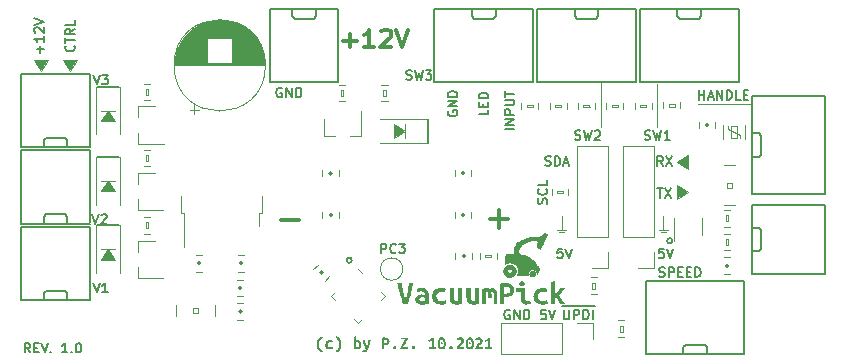
<source format=gbr>
%TF.GenerationSoftware,KiCad,Pcbnew,5.1.12-84ad8e8a86~92~ubuntu20.04.1*%
%TF.CreationDate,2021-11-09T18:46:58+01:00*%
%TF.ProjectId,VacuumPick,56616375-756d-4506-9963-6b2e6b696361,rev?*%
%TF.SameCoordinates,Original*%
%TF.FileFunction,Legend,Top*%
%TF.FilePolarity,Positive*%
%FSLAX46Y46*%
G04 Gerber Fmt 4.6, Leading zero omitted, Abs format (unit mm)*
G04 Created by KiCad (PCBNEW 5.1.12-84ad8e8a86~92~ubuntu20.04.1) date 2021-11-09 18:46:58*
%MOMM*%
%LPD*%
G01*
G04 APERTURE LIST*
%ADD10C,0.200000*%
%ADD11C,0.100000*%
%ADD12C,0.120000*%
%ADD13C,0.150000*%
%ADD14C,0.300000*%
%ADD15C,0.010000*%
G04 APERTURE END LIST*
D10*
X123573607Y-82100000D02*
G75*
G03*
X123573607Y-82100000I-223607J0D01*
G01*
X96423607Y-83750000D02*
G75*
G03*
X96423607Y-83750000I-223607J0D01*
G01*
D11*
G36*
X124900000Y-78000000D02*
G01*
X124000000Y-78600000D01*
X124000000Y-77400000D01*
X124900000Y-78000000D01*
G37*
X124900000Y-78000000D02*
X124000000Y-78600000D01*
X124000000Y-77400000D01*
X124900000Y-78000000D01*
G36*
X124900000Y-76000000D02*
G01*
X124000000Y-75400000D01*
X124900000Y-74800000D01*
X124900000Y-76000000D01*
G37*
X124900000Y-76000000D02*
X124000000Y-75400000D01*
X124900000Y-74800000D01*
X124900000Y-76000000D01*
G36*
X100900000Y-72800000D02*
G01*
X100000000Y-73400000D01*
X100000000Y-72200000D01*
X100900000Y-72800000D01*
G37*
X100900000Y-72800000D02*
X100000000Y-73400000D01*
X100000000Y-72200000D01*
X100900000Y-72800000D01*
D12*
X100900000Y-72200000D02*
X100900000Y-73400000D01*
X75200000Y-82800000D02*
X76400000Y-82800000D01*
D11*
G36*
X76400000Y-83700000D02*
G01*
X75200000Y-83700000D01*
X75800000Y-82800000D01*
X76400000Y-83700000D01*
G37*
X76400000Y-83700000D02*
X75200000Y-83700000D01*
X75800000Y-82800000D01*
X76400000Y-83700000D01*
G36*
X76400000Y-77900000D02*
G01*
X75200000Y-77900000D01*
X75800000Y-77000000D01*
X76400000Y-77900000D01*
G37*
X76400000Y-77900000D02*
X75200000Y-77900000D01*
X75800000Y-77000000D01*
X76400000Y-77900000D01*
D12*
X75200000Y-77000000D02*
X76400000Y-77000000D01*
D11*
G36*
X76400000Y-72000000D02*
G01*
X75200000Y-72000000D01*
X75800000Y-71100000D01*
X76400000Y-72000000D01*
G37*
X76400000Y-72000000D02*
X75200000Y-72000000D01*
X75800000Y-71100000D01*
X76400000Y-72000000D01*
D12*
X75200000Y-71100000D02*
X76400000Y-71100000D01*
D13*
X69195238Y-91561904D02*
X68928571Y-91180952D01*
X68738095Y-91561904D02*
X68738095Y-90761904D01*
X69042857Y-90761904D01*
X69119047Y-90800000D01*
X69157142Y-90838095D01*
X69195238Y-90914285D01*
X69195238Y-91028571D01*
X69157142Y-91104761D01*
X69119047Y-91142857D01*
X69042857Y-91180952D01*
X68738095Y-91180952D01*
X69538095Y-91142857D02*
X69804761Y-91142857D01*
X69919047Y-91561904D02*
X69538095Y-91561904D01*
X69538095Y-90761904D01*
X69919047Y-90761904D01*
X70147619Y-90761904D02*
X70414285Y-91561904D01*
X70680952Y-90761904D01*
X70947619Y-91485714D02*
X70985714Y-91523809D01*
X70947619Y-91561904D01*
X70909523Y-91523809D01*
X70947619Y-91485714D01*
X70947619Y-91561904D01*
X72357142Y-91561904D02*
X71900000Y-91561904D01*
X72128571Y-91561904D02*
X72128571Y-90761904D01*
X72052380Y-90876190D01*
X71976190Y-90952380D01*
X71900000Y-90990476D01*
X72700000Y-91485714D02*
X72738095Y-91523809D01*
X72700000Y-91561904D01*
X72661904Y-91523809D01*
X72700000Y-91485714D01*
X72700000Y-91561904D01*
X73233333Y-90761904D02*
X73309523Y-90761904D01*
X73385714Y-90800000D01*
X73423809Y-90838095D01*
X73461904Y-90914285D01*
X73500000Y-91066666D01*
X73500000Y-91257142D01*
X73461904Y-91409523D01*
X73423809Y-91485714D01*
X73385714Y-91523809D01*
X73309523Y-91561904D01*
X73233333Y-91561904D01*
X73157142Y-91523809D01*
X73119047Y-91485714D01*
X73080952Y-91409523D01*
X73042857Y-91257142D01*
X73042857Y-91066666D01*
X73080952Y-90914285D01*
X73119047Y-90838095D01*
X73157142Y-90800000D01*
X73233333Y-90761904D01*
X98909523Y-83161904D02*
X98909523Y-82361904D01*
X99214285Y-82361904D01*
X99290476Y-82400000D01*
X99328571Y-82438095D01*
X99366666Y-82514285D01*
X99366666Y-82628571D01*
X99328571Y-82704761D01*
X99290476Y-82742857D01*
X99214285Y-82780952D01*
X98909523Y-82780952D01*
X100166666Y-83085714D02*
X100128571Y-83123809D01*
X100014285Y-83161904D01*
X99938095Y-83161904D01*
X99823809Y-83123809D01*
X99747619Y-83047619D01*
X99709523Y-82971428D01*
X99671428Y-82819047D01*
X99671428Y-82704761D01*
X99709523Y-82552380D01*
X99747619Y-82476190D01*
X99823809Y-82400000D01*
X99938095Y-82361904D01*
X100014285Y-82361904D01*
X100128571Y-82400000D01*
X100166666Y-82438095D01*
X100433333Y-82361904D02*
X100928571Y-82361904D01*
X100661904Y-82666666D01*
X100776190Y-82666666D01*
X100852380Y-82704761D01*
X100890476Y-82742857D01*
X100928571Y-82819047D01*
X100928571Y-83009523D01*
X100890476Y-83085714D01*
X100852380Y-83123809D01*
X100776190Y-83161904D01*
X100547619Y-83161904D01*
X100471428Y-83123809D01*
X100433333Y-83085714D01*
X104600000Y-71109523D02*
X104561904Y-71185714D01*
X104561904Y-71300000D01*
X104600000Y-71414285D01*
X104676190Y-71490476D01*
X104752380Y-71528571D01*
X104904761Y-71566666D01*
X105019047Y-71566666D01*
X105171428Y-71528571D01*
X105247619Y-71490476D01*
X105323809Y-71414285D01*
X105361904Y-71300000D01*
X105361904Y-71223809D01*
X105323809Y-71109523D01*
X105285714Y-71071428D01*
X105019047Y-71071428D01*
X105019047Y-71223809D01*
X105361904Y-70728571D02*
X104561904Y-70728571D01*
X105361904Y-70271428D01*
X104561904Y-70271428D01*
X105361904Y-69890476D02*
X104561904Y-69890476D01*
X104561904Y-69700000D01*
X104600000Y-69585714D01*
X104676190Y-69509523D01*
X104752380Y-69471428D01*
X104904761Y-69433333D01*
X105019047Y-69433333D01*
X105171428Y-69471428D01*
X105247619Y-69509523D01*
X105323809Y-69585714D01*
X105361904Y-69700000D01*
X105361904Y-69890476D01*
X107961904Y-71014285D02*
X107961904Y-71395238D01*
X107161904Y-71395238D01*
X107542857Y-70747619D02*
X107542857Y-70480952D01*
X107961904Y-70366666D02*
X107961904Y-70747619D01*
X107161904Y-70747619D01*
X107161904Y-70366666D01*
X107961904Y-70023809D02*
X107161904Y-70023809D01*
X107161904Y-69833333D01*
X107200000Y-69719047D01*
X107276190Y-69642857D01*
X107352380Y-69604761D01*
X107504761Y-69566666D01*
X107619047Y-69566666D01*
X107771428Y-69604761D01*
X107847619Y-69642857D01*
X107923809Y-69719047D01*
X107961904Y-69833333D01*
X107961904Y-70023809D01*
X110161904Y-72642857D02*
X109361904Y-72642857D01*
X110161904Y-72261904D02*
X109361904Y-72261904D01*
X110161904Y-71804761D01*
X109361904Y-71804761D01*
X110161904Y-71423809D02*
X109361904Y-71423809D01*
X109361904Y-71119047D01*
X109400000Y-71042857D01*
X109438095Y-71004761D01*
X109514285Y-70966666D01*
X109628571Y-70966666D01*
X109704761Y-71004761D01*
X109742857Y-71042857D01*
X109780952Y-71119047D01*
X109780952Y-71423809D01*
X109361904Y-70623809D02*
X110009523Y-70623809D01*
X110085714Y-70585714D01*
X110123809Y-70547619D01*
X110161904Y-70471428D01*
X110161904Y-70319047D01*
X110123809Y-70242857D01*
X110085714Y-70204761D01*
X110009523Y-70166666D01*
X109361904Y-70166666D01*
X109361904Y-69900000D02*
X109361904Y-69442857D01*
X110161904Y-69671428D02*
X109361904Y-69671428D01*
D11*
G36*
X72600000Y-67700000D02*
G01*
X72000000Y-66800000D01*
X73200000Y-66800000D01*
X72600000Y-67700000D01*
G37*
X72600000Y-67700000D02*
X72000000Y-66800000D01*
X73200000Y-66800000D01*
X72600000Y-67700000D01*
G36*
X70100000Y-67700000D02*
G01*
X69500000Y-66800000D01*
X70700000Y-66800000D01*
X70100000Y-67700000D01*
G37*
X70100000Y-67700000D02*
X69500000Y-66800000D01*
X70700000Y-66800000D01*
X70100000Y-67700000D01*
D13*
X72885714Y-65580952D02*
X72923809Y-65619047D01*
X72961904Y-65733333D01*
X72961904Y-65809523D01*
X72923809Y-65923809D01*
X72847619Y-66000000D01*
X72771428Y-66038095D01*
X72619047Y-66076190D01*
X72504761Y-66076190D01*
X72352380Y-66038095D01*
X72276190Y-66000000D01*
X72200000Y-65923809D01*
X72161904Y-65809523D01*
X72161904Y-65733333D01*
X72200000Y-65619047D01*
X72238095Y-65580952D01*
X72161904Y-65352380D02*
X72161904Y-64895238D01*
X72961904Y-65123809D02*
X72161904Y-65123809D01*
X72961904Y-64171428D02*
X72580952Y-64438095D01*
X72961904Y-64628571D02*
X72161904Y-64628571D01*
X72161904Y-64323809D01*
X72200000Y-64247619D01*
X72238095Y-64209523D01*
X72314285Y-64171428D01*
X72428571Y-64171428D01*
X72504761Y-64209523D01*
X72542857Y-64247619D01*
X72580952Y-64323809D01*
X72580952Y-64628571D01*
X72961904Y-63447619D02*
X72961904Y-63828571D01*
X72161904Y-63828571D01*
X70057142Y-66209523D02*
X70057142Y-65600000D01*
X70361904Y-65904761D02*
X69752380Y-65904761D01*
X70361904Y-64800000D02*
X70361904Y-65257142D01*
X70361904Y-65028571D02*
X69561904Y-65028571D01*
X69676190Y-65104761D01*
X69752380Y-65180952D01*
X69790476Y-65257142D01*
X69638095Y-64495238D02*
X69600000Y-64457142D01*
X69561904Y-64380952D01*
X69561904Y-64190476D01*
X69600000Y-64114285D01*
X69638095Y-64076190D01*
X69714285Y-64038095D01*
X69790476Y-64038095D01*
X69904761Y-64076190D01*
X70361904Y-64533333D01*
X70361904Y-64038095D01*
X69561904Y-63809523D02*
X70361904Y-63542857D01*
X69561904Y-63276190D01*
X74552380Y-68061904D02*
X74819047Y-68861904D01*
X75085714Y-68061904D01*
X75276190Y-68061904D02*
X75771428Y-68061904D01*
X75504761Y-68366666D01*
X75619047Y-68366666D01*
X75695238Y-68404761D01*
X75733333Y-68442857D01*
X75771428Y-68519047D01*
X75771428Y-68709523D01*
X75733333Y-68785714D01*
X75695238Y-68823809D01*
X75619047Y-68861904D01*
X75390476Y-68861904D01*
X75314285Y-68823809D01*
X75276190Y-68785714D01*
X74452380Y-79861904D02*
X74719047Y-80661904D01*
X74985714Y-79861904D01*
X75214285Y-79938095D02*
X75252380Y-79900000D01*
X75328571Y-79861904D01*
X75519047Y-79861904D01*
X75595238Y-79900000D01*
X75633333Y-79938095D01*
X75671428Y-80014285D01*
X75671428Y-80090476D01*
X75633333Y-80204761D01*
X75176190Y-80661904D01*
X75671428Y-80661904D01*
X74552380Y-85661904D02*
X74819047Y-86461904D01*
X75085714Y-85661904D01*
X75771428Y-86461904D02*
X75314285Y-86461904D01*
X75542857Y-86461904D02*
X75542857Y-85661904D01*
X75466666Y-85776190D01*
X75390476Y-85852380D01*
X75314285Y-85890476D01*
X90490476Y-69200000D02*
X90414285Y-69161904D01*
X90300000Y-69161904D01*
X90185714Y-69200000D01*
X90109523Y-69276190D01*
X90071428Y-69352380D01*
X90033333Y-69504761D01*
X90033333Y-69619047D01*
X90071428Y-69771428D01*
X90109523Y-69847619D01*
X90185714Y-69923809D01*
X90300000Y-69961904D01*
X90376190Y-69961904D01*
X90490476Y-69923809D01*
X90528571Y-69885714D01*
X90528571Y-69619047D01*
X90376190Y-69619047D01*
X90871428Y-69961904D02*
X90871428Y-69161904D01*
X91328571Y-69961904D01*
X91328571Y-69161904D01*
X91709523Y-69961904D02*
X91709523Y-69161904D01*
X91900000Y-69161904D01*
X92014285Y-69200000D01*
X92090476Y-69276190D01*
X92128571Y-69352380D01*
X92166666Y-69504761D01*
X92166666Y-69619047D01*
X92128571Y-69771428D01*
X92090476Y-69847619D01*
X92014285Y-69923809D01*
X91900000Y-69961904D01*
X91709523Y-69961904D01*
D14*
X95707142Y-65157142D02*
X96850000Y-65157142D01*
X96278571Y-65728571D02*
X96278571Y-64585714D01*
X98350000Y-65728571D02*
X97492857Y-65728571D01*
X97921428Y-65728571D02*
X97921428Y-64228571D01*
X97778571Y-64442857D01*
X97635714Y-64585714D01*
X97492857Y-64657142D01*
X98921428Y-64371428D02*
X98992857Y-64300000D01*
X99135714Y-64228571D01*
X99492857Y-64228571D01*
X99635714Y-64300000D01*
X99707142Y-64371428D01*
X99778571Y-64514285D01*
X99778571Y-64657142D01*
X99707142Y-64871428D01*
X98850000Y-65728571D01*
X99778571Y-65728571D01*
X100207142Y-64228571D02*
X100707142Y-65728571D01*
X101207142Y-64228571D01*
D12*
X125700000Y-70500000D02*
X130300000Y-70500000D01*
D13*
X125823809Y-70161904D02*
X125823809Y-69361904D01*
X125823809Y-69742857D02*
X126280952Y-69742857D01*
X126280952Y-70161904D02*
X126280952Y-69361904D01*
X126623809Y-69933333D02*
X127004761Y-69933333D01*
X126547619Y-70161904D02*
X126814285Y-69361904D01*
X127080952Y-70161904D01*
X127347619Y-70161904D02*
X127347619Y-69361904D01*
X127804761Y-70161904D01*
X127804761Y-69361904D01*
X128185714Y-70161904D02*
X128185714Y-69361904D01*
X128376190Y-69361904D01*
X128490476Y-69400000D01*
X128566666Y-69476190D01*
X128604761Y-69552380D01*
X128642857Y-69704761D01*
X128642857Y-69819047D01*
X128604761Y-69971428D01*
X128566666Y-70047619D01*
X128490476Y-70123809D01*
X128376190Y-70161904D01*
X128185714Y-70161904D01*
X129366666Y-70161904D02*
X128985714Y-70161904D01*
X128985714Y-69361904D01*
X129633333Y-69742857D02*
X129900000Y-69742857D01*
X130014285Y-70161904D02*
X129633333Y-70161904D01*
X129633333Y-69361904D01*
X130014285Y-69361904D01*
D12*
X122300000Y-68800000D02*
X122300000Y-72500000D01*
X117500000Y-68700000D02*
X117500000Y-72500000D01*
D13*
X101033333Y-68423809D02*
X101147619Y-68461904D01*
X101338095Y-68461904D01*
X101414285Y-68423809D01*
X101452380Y-68385714D01*
X101490476Y-68309523D01*
X101490476Y-68233333D01*
X101452380Y-68157142D01*
X101414285Y-68119047D01*
X101338095Y-68080952D01*
X101185714Y-68042857D01*
X101109523Y-68004761D01*
X101071428Y-67966666D01*
X101033333Y-67890476D01*
X101033333Y-67814285D01*
X101071428Y-67738095D01*
X101109523Y-67700000D01*
X101185714Y-67661904D01*
X101376190Y-67661904D01*
X101490476Y-67700000D01*
X101757142Y-67661904D02*
X101947619Y-68461904D01*
X102100000Y-67890476D01*
X102252380Y-68461904D01*
X102442857Y-67661904D01*
X102671428Y-67661904D02*
X103166666Y-67661904D01*
X102900000Y-67966666D01*
X103014285Y-67966666D01*
X103090476Y-68004761D01*
X103128571Y-68042857D01*
X103166666Y-68119047D01*
X103166666Y-68309523D01*
X103128571Y-68385714D01*
X103090476Y-68423809D01*
X103014285Y-68461904D01*
X102785714Y-68461904D01*
X102709523Y-68423809D01*
X102671428Y-68385714D01*
X115333333Y-73523809D02*
X115447619Y-73561904D01*
X115638095Y-73561904D01*
X115714285Y-73523809D01*
X115752380Y-73485714D01*
X115790476Y-73409523D01*
X115790476Y-73333333D01*
X115752380Y-73257142D01*
X115714285Y-73219047D01*
X115638095Y-73180952D01*
X115485714Y-73142857D01*
X115409523Y-73104761D01*
X115371428Y-73066666D01*
X115333333Y-72990476D01*
X115333333Y-72914285D01*
X115371428Y-72838095D01*
X115409523Y-72800000D01*
X115485714Y-72761904D01*
X115676190Y-72761904D01*
X115790476Y-72800000D01*
X116057142Y-72761904D02*
X116247619Y-73561904D01*
X116400000Y-72990476D01*
X116552380Y-73561904D01*
X116742857Y-72761904D01*
X117009523Y-72838095D02*
X117047619Y-72800000D01*
X117123809Y-72761904D01*
X117314285Y-72761904D01*
X117390476Y-72800000D01*
X117428571Y-72838095D01*
X117466666Y-72914285D01*
X117466666Y-72990476D01*
X117428571Y-73104761D01*
X116971428Y-73561904D01*
X117466666Y-73561904D01*
X121233333Y-73523809D02*
X121347619Y-73561904D01*
X121538095Y-73561904D01*
X121614285Y-73523809D01*
X121652380Y-73485714D01*
X121690476Y-73409523D01*
X121690476Y-73333333D01*
X121652380Y-73257142D01*
X121614285Y-73219047D01*
X121538095Y-73180952D01*
X121385714Y-73142857D01*
X121309523Y-73104761D01*
X121271428Y-73066666D01*
X121233333Y-72990476D01*
X121233333Y-72914285D01*
X121271428Y-72838095D01*
X121309523Y-72800000D01*
X121385714Y-72761904D01*
X121576190Y-72761904D01*
X121690476Y-72800000D01*
X121957142Y-72761904D02*
X122147619Y-73561904D01*
X122300000Y-72990476D01*
X122452380Y-73561904D01*
X122642857Y-72761904D01*
X123366666Y-73561904D02*
X122909523Y-73561904D01*
X123138095Y-73561904D02*
X123138095Y-72761904D01*
X123061904Y-72876190D01*
X122985714Y-72952380D01*
X122909523Y-72990476D01*
X122447619Y-85123809D02*
X122561904Y-85161904D01*
X122752380Y-85161904D01*
X122828571Y-85123809D01*
X122866666Y-85085714D01*
X122904761Y-85009523D01*
X122904761Y-84933333D01*
X122866666Y-84857142D01*
X122828571Y-84819047D01*
X122752380Y-84780952D01*
X122600000Y-84742857D01*
X122523809Y-84704761D01*
X122485714Y-84666666D01*
X122447619Y-84590476D01*
X122447619Y-84514285D01*
X122485714Y-84438095D01*
X122523809Y-84400000D01*
X122600000Y-84361904D01*
X122790476Y-84361904D01*
X122904761Y-84400000D01*
X123247619Y-85161904D02*
X123247619Y-84361904D01*
X123552380Y-84361904D01*
X123628571Y-84400000D01*
X123666666Y-84438095D01*
X123704761Y-84514285D01*
X123704761Y-84628571D01*
X123666666Y-84704761D01*
X123628571Y-84742857D01*
X123552380Y-84780952D01*
X123247619Y-84780952D01*
X124047619Y-84742857D02*
X124314285Y-84742857D01*
X124428571Y-85161904D02*
X124047619Y-85161904D01*
X124047619Y-84361904D01*
X124428571Y-84361904D01*
X124771428Y-84742857D02*
X125038095Y-84742857D01*
X125152380Y-85161904D02*
X124771428Y-85161904D01*
X124771428Y-84361904D01*
X125152380Y-84361904D01*
X125495238Y-85161904D02*
X125495238Y-84361904D01*
X125685714Y-84361904D01*
X125800000Y-84400000D01*
X125876190Y-84476190D01*
X125914285Y-84552380D01*
X125952380Y-84704761D01*
X125952380Y-84819047D01*
X125914285Y-84971428D01*
X125876190Y-85047619D01*
X125800000Y-85123809D01*
X125685714Y-85161904D01*
X125495238Y-85161904D01*
X109790476Y-88000000D02*
X109714285Y-87961904D01*
X109600000Y-87961904D01*
X109485714Y-88000000D01*
X109409523Y-88076190D01*
X109371428Y-88152380D01*
X109333333Y-88304761D01*
X109333333Y-88419047D01*
X109371428Y-88571428D01*
X109409523Y-88647619D01*
X109485714Y-88723809D01*
X109600000Y-88761904D01*
X109676190Y-88761904D01*
X109790476Y-88723809D01*
X109828571Y-88685714D01*
X109828571Y-88419047D01*
X109676190Y-88419047D01*
X110171428Y-88761904D02*
X110171428Y-87961904D01*
X110628571Y-88761904D01*
X110628571Y-87961904D01*
X111009523Y-88761904D02*
X111009523Y-87961904D01*
X111200000Y-87961904D01*
X111314285Y-88000000D01*
X111390476Y-88076190D01*
X111428571Y-88152380D01*
X111466666Y-88304761D01*
X111466666Y-88419047D01*
X111428571Y-88571428D01*
X111390476Y-88647619D01*
X111314285Y-88723809D01*
X111200000Y-88761904D01*
X111009523Y-88761904D01*
X112847619Y-87961904D02*
X112466666Y-87961904D01*
X112428571Y-88342857D01*
X112466666Y-88304761D01*
X112542857Y-88266666D01*
X112733333Y-88266666D01*
X112809523Y-88304761D01*
X112847619Y-88342857D01*
X112885714Y-88419047D01*
X112885714Y-88609523D01*
X112847619Y-88685714D01*
X112809523Y-88723809D01*
X112733333Y-88761904D01*
X112542857Y-88761904D01*
X112466666Y-88723809D01*
X112428571Y-88685714D01*
X113114285Y-87961904D02*
X113380952Y-88761904D01*
X113647619Y-87961904D01*
X114190476Y-87629000D02*
X115028571Y-87629000D01*
X114380952Y-87961904D02*
X114380952Y-88609523D01*
X114419047Y-88685714D01*
X114457142Y-88723809D01*
X114533333Y-88761904D01*
X114685714Y-88761904D01*
X114761904Y-88723809D01*
X114800000Y-88685714D01*
X114838095Y-88609523D01*
X114838095Y-87961904D01*
X115028571Y-87629000D02*
X115828571Y-87629000D01*
X115219047Y-88761904D02*
X115219047Y-87961904D01*
X115523809Y-87961904D01*
X115600000Y-88000000D01*
X115638095Y-88038095D01*
X115676190Y-88114285D01*
X115676190Y-88228571D01*
X115638095Y-88304761D01*
X115600000Y-88342857D01*
X115523809Y-88380952D01*
X115219047Y-88380952D01*
X115828571Y-87629000D02*
X116628571Y-87629000D01*
X116019047Y-88761904D02*
X116019047Y-87961904D01*
X116209523Y-87961904D01*
X116323809Y-88000000D01*
X116400000Y-88076190D01*
X116438095Y-88152380D01*
X116476190Y-88304761D01*
X116476190Y-88419047D01*
X116438095Y-88571428D01*
X116400000Y-88647619D01*
X116323809Y-88723809D01*
X116209523Y-88761904D01*
X116019047Y-88761904D01*
X116628571Y-87629000D02*
X117009523Y-87629000D01*
X116819047Y-88761904D02*
X116819047Y-87961904D01*
D12*
X114400000Y-81400000D02*
X114000000Y-81400000D01*
X113800000Y-81200000D02*
X114600000Y-81200000D01*
D13*
X114247619Y-82761904D02*
X113866666Y-82761904D01*
X113828571Y-83142857D01*
X113866666Y-83104761D01*
X113942857Y-83066666D01*
X114133333Y-83066666D01*
X114209523Y-83104761D01*
X114247619Y-83142857D01*
X114285714Y-83219047D01*
X114285714Y-83409523D01*
X114247619Y-83485714D01*
X114209523Y-83523809D01*
X114133333Y-83561904D01*
X113942857Y-83561904D01*
X113866666Y-83523809D01*
X113828571Y-83485714D01*
X114514285Y-82761904D02*
X114780952Y-83561904D01*
X115047619Y-82761904D01*
D12*
X114200000Y-80000000D02*
X114200000Y-81200000D01*
D13*
X112923809Y-78952380D02*
X112961904Y-78838095D01*
X112961904Y-78647619D01*
X112923809Y-78571428D01*
X112885714Y-78533333D01*
X112809523Y-78495238D01*
X112733333Y-78495238D01*
X112657142Y-78533333D01*
X112619047Y-78571428D01*
X112580952Y-78647619D01*
X112542857Y-78800000D01*
X112504761Y-78876190D01*
X112466666Y-78914285D01*
X112390476Y-78952380D01*
X112314285Y-78952380D01*
X112238095Y-78914285D01*
X112200000Y-78876190D01*
X112161904Y-78800000D01*
X112161904Y-78609523D01*
X112200000Y-78495238D01*
X112885714Y-77695238D02*
X112923809Y-77733333D01*
X112961904Y-77847619D01*
X112961904Y-77923809D01*
X112923809Y-78038095D01*
X112847619Y-78114285D01*
X112771428Y-78152380D01*
X112619047Y-78190476D01*
X112504761Y-78190476D01*
X112352380Y-78152380D01*
X112276190Y-78114285D01*
X112200000Y-78038095D01*
X112161904Y-77923809D01*
X112161904Y-77847619D01*
X112200000Y-77733333D01*
X112238095Y-77695238D01*
X112961904Y-76971428D02*
X112961904Y-77352380D01*
X112161904Y-77352380D01*
X112828571Y-75723809D02*
X112942857Y-75761904D01*
X113133333Y-75761904D01*
X113209523Y-75723809D01*
X113247619Y-75685714D01*
X113285714Y-75609523D01*
X113285714Y-75533333D01*
X113247619Y-75457142D01*
X113209523Y-75419047D01*
X113133333Y-75380952D01*
X112980952Y-75342857D01*
X112904761Y-75304761D01*
X112866666Y-75266666D01*
X112828571Y-75190476D01*
X112828571Y-75114285D01*
X112866666Y-75038095D01*
X112904761Y-75000000D01*
X112980952Y-74961904D01*
X113171428Y-74961904D01*
X113285714Y-75000000D01*
X113628571Y-75761904D02*
X113628571Y-74961904D01*
X113819047Y-74961904D01*
X113933333Y-75000000D01*
X114009523Y-75076190D01*
X114047619Y-75152380D01*
X114085714Y-75304761D01*
X114085714Y-75419047D01*
X114047619Y-75571428D01*
X114009523Y-75647619D01*
X113933333Y-75723809D01*
X113819047Y-75761904D01*
X113628571Y-75761904D01*
X114390476Y-75533333D02*
X114771428Y-75533333D01*
X114314285Y-75761904D02*
X114580952Y-74961904D01*
X114847619Y-75761904D01*
X122847619Y-82761904D02*
X122466666Y-82761904D01*
X122428571Y-83142857D01*
X122466666Y-83104761D01*
X122542857Y-83066666D01*
X122733333Y-83066666D01*
X122809523Y-83104761D01*
X122847619Y-83142857D01*
X122885714Y-83219047D01*
X122885714Y-83409523D01*
X122847619Y-83485714D01*
X122809523Y-83523809D01*
X122733333Y-83561904D01*
X122542857Y-83561904D01*
X122466666Y-83523809D01*
X122428571Y-83485714D01*
X123114285Y-82761904D02*
X123380952Y-83561904D01*
X123647619Y-82761904D01*
D12*
X123000000Y-81400000D02*
X122600000Y-81400000D01*
X122400000Y-81200000D02*
X123200000Y-81200000D01*
X122800000Y-80000000D02*
X122800000Y-81200000D01*
D13*
X122766666Y-75761904D02*
X122500000Y-75380952D01*
X122309523Y-75761904D02*
X122309523Y-74961904D01*
X122614285Y-74961904D01*
X122690476Y-75000000D01*
X122728571Y-75038095D01*
X122766666Y-75114285D01*
X122766666Y-75228571D01*
X122728571Y-75304761D01*
X122690476Y-75342857D01*
X122614285Y-75380952D01*
X122309523Y-75380952D01*
X123033333Y-74961904D02*
X123566666Y-75761904D01*
X123566666Y-74961904D02*
X123033333Y-75761904D01*
X122290476Y-77661904D02*
X122747619Y-77661904D01*
X122519047Y-78461904D02*
X122519047Y-77661904D01*
X122938095Y-77661904D02*
X123471428Y-78461904D01*
X123471428Y-77661904D02*
X122938095Y-78461904D01*
D15*
%TO.C,G\u002A\u002A\u002A*%
G36*
X109844220Y-84142474D02*
G01*
X109899814Y-84151585D01*
X109954660Y-84168767D01*
X110009400Y-84192562D01*
X110084909Y-84237703D01*
X110151843Y-84296157D01*
X110208431Y-84365729D01*
X110252901Y-84444225D01*
X110283481Y-84529451D01*
X110284440Y-84533162D01*
X110293098Y-84584333D01*
X110296564Y-84644615D01*
X110294843Y-84707005D01*
X110287942Y-84764498D01*
X110284250Y-84782393D01*
X110256753Y-84863217D01*
X110214600Y-84938782D01*
X110159740Y-85007153D01*
X110094120Y-85066398D01*
X110019688Y-85114584D01*
X109938391Y-85149777D01*
X109903905Y-85159906D01*
X109857574Y-85167751D01*
X109801499Y-85171345D01*
X109742320Y-85170704D01*
X109686680Y-85165842D01*
X109650794Y-85159322D01*
X109575493Y-85133008D01*
X109502684Y-85092329D01*
X109435469Y-85039843D01*
X109376951Y-84978108D01*
X109330233Y-84909681D01*
X109317049Y-84884213D01*
X109292398Y-84828057D01*
X109276255Y-84779181D01*
X109267140Y-84731189D01*
X109263576Y-84677685D01*
X109263421Y-84657555D01*
X109578124Y-84657555D01*
X109590697Y-84712083D01*
X109597850Y-84729032D01*
X109629003Y-84778139D01*
X109669718Y-84815212D01*
X109717415Y-84839254D01*
X109769512Y-84849270D01*
X109823430Y-84844263D01*
X109861704Y-84830903D01*
X109910696Y-84799992D01*
X109946914Y-84760532D01*
X109970391Y-84715050D01*
X109981160Y-84666077D01*
X109979252Y-84616141D01*
X109964699Y-84567771D01*
X109937535Y-84523498D01*
X109897791Y-84485849D01*
X109857000Y-84462218D01*
X109803166Y-84446195D01*
X109750336Y-84446911D01*
X109699432Y-84464171D01*
X109651375Y-84497782D01*
X109640813Y-84507813D01*
X109603237Y-84555137D01*
X109582323Y-84605146D01*
X109578124Y-84657555D01*
X109263421Y-84657555D01*
X109263378Y-84652033D01*
X109269926Y-84563543D01*
X109289418Y-84483842D01*
X109322938Y-84410344D01*
X109371568Y-84340459D01*
X109413067Y-84294449D01*
X109448413Y-84259842D01*
X109478261Y-84234550D01*
X109507802Y-84214757D01*
X109542227Y-84196643D01*
X109552863Y-84191624D01*
X109613762Y-84166143D01*
X109668801Y-84150080D01*
X109724987Y-84141842D01*
X109780800Y-84139800D01*
X109844220Y-84142474D01*
G37*
X109844220Y-84142474D02*
X109899814Y-84151585D01*
X109954660Y-84168767D01*
X110009400Y-84192562D01*
X110084909Y-84237703D01*
X110151843Y-84296157D01*
X110208431Y-84365729D01*
X110252901Y-84444225D01*
X110283481Y-84529451D01*
X110284440Y-84533162D01*
X110293098Y-84584333D01*
X110296564Y-84644615D01*
X110294843Y-84707005D01*
X110287942Y-84764498D01*
X110284250Y-84782393D01*
X110256753Y-84863217D01*
X110214600Y-84938782D01*
X110159740Y-85007153D01*
X110094120Y-85066398D01*
X110019688Y-85114584D01*
X109938391Y-85149777D01*
X109903905Y-85159906D01*
X109857574Y-85167751D01*
X109801499Y-85171345D01*
X109742320Y-85170704D01*
X109686680Y-85165842D01*
X109650794Y-85159322D01*
X109575493Y-85133008D01*
X109502684Y-85092329D01*
X109435469Y-85039843D01*
X109376951Y-84978108D01*
X109330233Y-84909681D01*
X109317049Y-84884213D01*
X109292398Y-84828057D01*
X109276255Y-84779181D01*
X109267140Y-84731189D01*
X109263576Y-84677685D01*
X109263421Y-84657555D01*
X109578124Y-84657555D01*
X109590697Y-84712083D01*
X109597850Y-84729032D01*
X109629003Y-84778139D01*
X109669718Y-84815212D01*
X109717415Y-84839254D01*
X109769512Y-84849270D01*
X109823430Y-84844263D01*
X109861704Y-84830903D01*
X109910696Y-84799992D01*
X109946914Y-84760532D01*
X109970391Y-84715050D01*
X109981160Y-84666077D01*
X109979252Y-84616141D01*
X109964699Y-84567771D01*
X109937535Y-84523498D01*
X109897791Y-84485849D01*
X109857000Y-84462218D01*
X109803166Y-84446195D01*
X109750336Y-84446911D01*
X109699432Y-84464171D01*
X109651375Y-84497782D01*
X109640813Y-84507813D01*
X109603237Y-84555137D01*
X109582323Y-84605146D01*
X109578124Y-84657555D01*
X109263421Y-84657555D01*
X109263378Y-84652033D01*
X109269926Y-84563543D01*
X109289418Y-84483842D01*
X109322938Y-84410344D01*
X109371568Y-84340459D01*
X109413067Y-84294449D01*
X109448413Y-84259842D01*
X109478261Y-84234550D01*
X109507802Y-84214757D01*
X109542227Y-84196643D01*
X109552863Y-84191624D01*
X109613762Y-84166143D01*
X109668801Y-84150080D01*
X109724987Y-84141842D01*
X109780800Y-84139800D01*
X109844220Y-84142474D01*
G36*
X111753575Y-84635838D02*
G01*
X111800644Y-84646392D01*
X111818915Y-84654348D01*
X111874148Y-84691889D01*
X111917590Y-84738693D01*
X111947776Y-84792505D01*
X111963245Y-84851066D01*
X111965014Y-84879869D01*
X111956943Y-84938881D01*
X111934643Y-84992240D01*
X111900320Y-85038371D01*
X111856181Y-85075696D01*
X111804432Y-85102641D01*
X111747278Y-85117629D01*
X111686927Y-85119084D01*
X111641948Y-85110647D01*
X111585247Y-85086259D01*
X111537429Y-85048955D01*
X111500372Y-85001234D01*
X111475956Y-84945596D01*
X111466058Y-84884542D01*
X111465935Y-84876400D01*
X111474146Y-84814559D01*
X111497761Y-84758041D01*
X111535612Y-84708679D01*
X111586535Y-84668310D01*
X111604830Y-84657889D01*
X111649571Y-84641687D01*
X111701185Y-84634303D01*
X111753575Y-84635838D01*
G37*
X111753575Y-84635838D02*
X111800644Y-84646392D01*
X111818915Y-84654348D01*
X111874148Y-84691889D01*
X111917590Y-84738693D01*
X111947776Y-84792505D01*
X111963245Y-84851066D01*
X111965014Y-84879869D01*
X111956943Y-84938881D01*
X111934643Y-84992240D01*
X111900320Y-85038371D01*
X111856181Y-85075696D01*
X111804432Y-85102641D01*
X111747278Y-85117629D01*
X111686927Y-85119084D01*
X111641948Y-85110647D01*
X111585247Y-85086259D01*
X111537429Y-85048955D01*
X111500372Y-85001234D01*
X111475956Y-84945596D01*
X111466058Y-84884542D01*
X111465935Y-84876400D01*
X111474146Y-84814559D01*
X111497761Y-84758041D01*
X111535612Y-84708679D01*
X111586535Y-84668310D01*
X111604830Y-84657889D01*
X111649571Y-84641687D01*
X111701185Y-84634303D01*
X111753575Y-84635838D01*
G36*
X112785280Y-81475787D02*
G01*
X112819635Y-81485498D01*
X112863492Y-81503061D01*
X112876319Y-81508783D01*
X112909319Y-81524309D01*
X112935622Y-81537781D01*
X112951979Y-81547466D01*
X112955772Y-81551113D01*
X112952151Y-81559582D01*
X112941735Y-81581840D01*
X112925211Y-81616483D01*
X112903265Y-81662108D01*
X112876584Y-81717312D01*
X112845853Y-81780692D01*
X112811758Y-81850845D01*
X112774987Y-81926368D01*
X112736225Y-82005857D01*
X112696158Y-82087910D01*
X112655473Y-82171124D01*
X112614857Y-82254095D01*
X112574994Y-82335421D01*
X112536573Y-82413698D01*
X112500278Y-82487524D01*
X112466796Y-82555494D01*
X112436814Y-82616207D01*
X112411017Y-82668259D01*
X112390092Y-82710247D01*
X112374725Y-82740768D01*
X112365603Y-82758419D01*
X112363355Y-82762317D01*
X112353184Y-82762112D01*
X112332186Y-82754987D01*
X112304038Y-82742763D01*
X112272416Y-82727260D01*
X112240996Y-82710299D01*
X112213456Y-82693701D01*
X112193471Y-82679286D01*
X112190712Y-82676831D01*
X112173799Y-82659606D01*
X112160270Y-82641723D01*
X112149930Y-82621326D01*
X112142580Y-82596560D01*
X112138023Y-82565571D01*
X112136062Y-82526504D01*
X112136499Y-82477503D01*
X112139137Y-82416714D01*
X112143779Y-82342282D01*
X112148315Y-82278316D01*
X112152744Y-82215774D01*
X112155724Y-82168073D01*
X112157276Y-82133189D01*
X112157424Y-82109094D01*
X112156189Y-82093761D01*
X112153594Y-82085163D01*
X112150456Y-82081712D01*
X112123790Y-82070914D01*
X112083105Y-82061929D01*
X112031230Y-82054871D01*
X111970996Y-82049849D01*
X111905230Y-82046976D01*
X111836763Y-82046364D01*
X111768423Y-82048125D01*
X111703039Y-82052370D01*
X111643442Y-82059211D01*
X111630767Y-82061177D01*
X111468124Y-82093556D01*
X111313284Y-82136533D01*
X111162689Y-82191398D01*
X111012782Y-82259442D01*
X110865242Y-82338923D01*
X110830175Y-82359404D01*
X110806846Y-82374370D01*
X110792310Y-82386748D01*
X110783625Y-82399464D01*
X110777848Y-82415445D01*
X110774110Y-82429550D01*
X110768719Y-82449426D01*
X110762841Y-82465715D01*
X110754472Y-82481575D01*
X110741608Y-82500162D01*
X110722248Y-82524635D01*
X110694386Y-82558151D01*
X110686733Y-82567270D01*
X110636293Y-82632799D01*
X110598044Y-82695690D01*
X110569045Y-82760907D01*
X110564546Y-82773373D01*
X110537417Y-82873314D01*
X110526776Y-82971811D01*
X110532592Y-83070712D01*
X110554833Y-83171863D01*
X110557489Y-83180651D01*
X110571104Y-83224802D01*
X110618336Y-83233976D01*
X110819972Y-83280895D01*
X111012019Y-83341384D01*
X111194209Y-83415267D01*
X111366275Y-83502367D01*
X111527950Y-83602510D01*
X111678967Y-83715518D01*
X111819059Y-83841218D01*
X111947959Y-83979431D01*
X112065401Y-84129984D01*
X112133717Y-84231612D01*
X112154511Y-84265797D01*
X112177318Y-84305554D01*
X112200593Y-84347910D01*
X112222788Y-84389891D01*
X112242356Y-84428524D01*
X112257749Y-84460834D01*
X112267421Y-84483849D01*
X112270000Y-84493558D01*
X112266863Y-84503376D01*
X112258126Y-84526332D01*
X112244805Y-84559976D01*
X112227912Y-84601860D01*
X112208461Y-84649532D01*
X112187467Y-84700542D01*
X112165944Y-84752441D01*
X112144904Y-84802779D01*
X112125362Y-84849105D01*
X112108332Y-84888969D01*
X112094827Y-84919922D01*
X112085861Y-84939513D01*
X112083731Y-84943696D01*
X112080937Y-84942474D01*
X112080053Y-84927597D01*
X112081259Y-84902259D01*
X112081340Y-84901236D01*
X112079240Y-84826628D01*
X112061857Y-84755412D01*
X112030780Y-84689569D01*
X111987602Y-84631075D01*
X111933911Y-84581908D01*
X111871300Y-84544046D01*
X111801358Y-84519468D01*
X111769536Y-84513492D01*
X111694178Y-84510568D01*
X111622513Y-84522234D01*
X111556016Y-84546919D01*
X111496160Y-84583056D01*
X111444419Y-84629075D01*
X111402269Y-84683409D01*
X111371183Y-84744488D01*
X111352635Y-84810743D01*
X111348101Y-84880606D01*
X111358593Y-84950755D01*
X111370053Y-84994933D01*
X110405386Y-84994933D01*
X110418561Y-84974825D01*
X110443895Y-84926784D01*
X110466026Y-84866876D01*
X110483669Y-84800062D01*
X110495542Y-84731300D01*
X110500359Y-84665549D01*
X110500403Y-84658740D01*
X110492336Y-84547325D01*
X110468803Y-84441051D01*
X110430470Y-84341185D01*
X110378008Y-84248991D01*
X110312084Y-84165733D01*
X110233368Y-84092677D01*
X110181192Y-84054869D01*
X110087800Y-84001920D01*
X109992219Y-83965188D01*
X109892386Y-83944111D01*
X109786235Y-83938128D01*
X109755895Y-83939042D01*
X109671810Y-83946620D01*
X109597067Y-83961855D01*
X109525169Y-83986418D01*
X109466107Y-84013517D01*
X109435896Y-84028328D01*
X109412088Y-84039286D01*
X109398168Y-84044819D01*
X109396021Y-84045085D01*
X109396395Y-84036389D01*
X109398245Y-84012468D01*
X109401426Y-83974953D01*
X109405791Y-83925473D01*
X109411195Y-83865660D01*
X109417491Y-83797143D01*
X109424534Y-83721554D01*
X109432177Y-83640522D01*
X109433003Y-83631829D01*
X109472011Y-83221224D01*
X109563120Y-83211204D01*
X109688921Y-83198997D01*
X109813317Y-83190032D01*
X109931089Y-83184626D01*
X110024710Y-83183067D01*
X110151147Y-83183067D01*
X110142823Y-83142850D01*
X110137675Y-83104982D01*
X110134712Y-83055039D01*
X110133864Y-82997730D01*
X110135061Y-82937764D01*
X110138234Y-82879849D01*
X110143313Y-82828692D01*
X110147903Y-82799739D01*
X110181403Y-82670475D01*
X110229742Y-82549263D01*
X110292794Y-82436351D01*
X110370429Y-82331989D01*
X110411415Y-82286491D01*
X110454958Y-82243734D01*
X110492461Y-82213801D01*
X110526684Y-82195050D01*
X110560388Y-82185837D01*
X110583425Y-82184186D01*
X110603092Y-82182297D01*
X110624696Y-82175848D01*
X110651752Y-82163358D01*
X110687774Y-82143347D01*
X110706192Y-82132481D01*
X110822270Y-82067745D01*
X110946580Y-82006572D01*
X111074479Y-81950939D01*
X111201330Y-81902823D01*
X111322492Y-81864199D01*
X111359834Y-81854030D01*
X111489592Y-81825230D01*
X111623998Y-81804494D01*
X111758189Y-81792296D01*
X111887304Y-81789111D01*
X111982174Y-81793252D01*
X112039106Y-81799246D01*
X112098367Y-81808095D01*
X112155038Y-81818873D01*
X112204199Y-81830654D01*
X112238343Y-81841495D01*
X112248155Y-81837266D01*
X112269501Y-81822137D01*
X112301557Y-81796777D01*
X112343496Y-81761860D01*
X112394491Y-81718058D01*
X112449784Y-81669525D01*
X112509283Y-81617037D01*
X112557957Y-81574801D01*
X112597537Y-81541706D01*
X112629753Y-81516645D01*
X112656336Y-81498507D01*
X112679017Y-81486182D01*
X112699526Y-81478561D01*
X112719596Y-81474535D01*
X112740956Y-81472994D01*
X112756680Y-81472800D01*
X112785280Y-81475787D01*
G37*
X112785280Y-81475787D02*
X112819635Y-81485498D01*
X112863492Y-81503061D01*
X112876319Y-81508783D01*
X112909319Y-81524309D01*
X112935622Y-81537781D01*
X112951979Y-81547466D01*
X112955772Y-81551113D01*
X112952151Y-81559582D01*
X112941735Y-81581840D01*
X112925211Y-81616483D01*
X112903265Y-81662108D01*
X112876584Y-81717312D01*
X112845853Y-81780692D01*
X112811758Y-81850845D01*
X112774987Y-81926368D01*
X112736225Y-82005857D01*
X112696158Y-82087910D01*
X112655473Y-82171124D01*
X112614857Y-82254095D01*
X112574994Y-82335421D01*
X112536573Y-82413698D01*
X112500278Y-82487524D01*
X112466796Y-82555494D01*
X112436814Y-82616207D01*
X112411017Y-82668259D01*
X112390092Y-82710247D01*
X112374725Y-82740768D01*
X112365603Y-82758419D01*
X112363355Y-82762317D01*
X112353184Y-82762112D01*
X112332186Y-82754987D01*
X112304038Y-82742763D01*
X112272416Y-82727260D01*
X112240996Y-82710299D01*
X112213456Y-82693701D01*
X112193471Y-82679286D01*
X112190712Y-82676831D01*
X112173799Y-82659606D01*
X112160270Y-82641723D01*
X112149930Y-82621326D01*
X112142580Y-82596560D01*
X112138023Y-82565571D01*
X112136062Y-82526504D01*
X112136499Y-82477503D01*
X112139137Y-82416714D01*
X112143779Y-82342282D01*
X112148315Y-82278316D01*
X112152744Y-82215774D01*
X112155724Y-82168073D01*
X112157276Y-82133189D01*
X112157424Y-82109094D01*
X112156189Y-82093761D01*
X112153594Y-82085163D01*
X112150456Y-82081712D01*
X112123790Y-82070914D01*
X112083105Y-82061929D01*
X112031230Y-82054871D01*
X111970996Y-82049849D01*
X111905230Y-82046976D01*
X111836763Y-82046364D01*
X111768423Y-82048125D01*
X111703039Y-82052370D01*
X111643442Y-82059211D01*
X111630767Y-82061177D01*
X111468124Y-82093556D01*
X111313284Y-82136533D01*
X111162689Y-82191398D01*
X111012782Y-82259442D01*
X110865242Y-82338923D01*
X110830175Y-82359404D01*
X110806846Y-82374370D01*
X110792310Y-82386748D01*
X110783625Y-82399464D01*
X110777848Y-82415445D01*
X110774110Y-82429550D01*
X110768719Y-82449426D01*
X110762841Y-82465715D01*
X110754472Y-82481575D01*
X110741608Y-82500162D01*
X110722248Y-82524635D01*
X110694386Y-82558151D01*
X110686733Y-82567270D01*
X110636293Y-82632799D01*
X110598044Y-82695690D01*
X110569045Y-82760907D01*
X110564546Y-82773373D01*
X110537417Y-82873314D01*
X110526776Y-82971811D01*
X110532592Y-83070712D01*
X110554833Y-83171863D01*
X110557489Y-83180651D01*
X110571104Y-83224802D01*
X110618336Y-83233976D01*
X110819972Y-83280895D01*
X111012019Y-83341384D01*
X111194209Y-83415267D01*
X111366275Y-83502367D01*
X111527950Y-83602510D01*
X111678967Y-83715518D01*
X111819059Y-83841218D01*
X111947959Y-83979431D01*
X112065401Y-84129984D01*
X112133717Y-84231612D01*
X112154511Y-84265797D01*
X112177318Y-84305554D01*
X112200593Y-84347910D01*
X112222788Y-84389891D01*
X112242356Y-84428524D01*
X112257749Y-84460834D01*
X112267421Y-84483849D01*
X112270000Y-84493558D01*
X112266863Y-84503376D01*
X112258126Y-84526332D01*
X112244805Y-84559976D01*
X112227912Y-84601860D01*
X112208461Y-84649532D01*
X112187467Y-84700542D01*
X112165944Y-84752441D01*
X112144904Y-84802779D01*
X112125362Y-84849105D01*
X112108332Y-84888969D01*
X112094827Y-84919922D01*
X112085861Y-84939513D01*
X112083731Y-84943696D01*
X112080937Y-84942474D01*
X112080053Y-84927597D01*
X112081259Y-84902259D01*
X112081340Y-84901236D01*
X112079240Y-84826628D01*
X112061857Y-84755412D01*
X112030780Y-84689569D01*
X111987602Y-84631075D01*
X111933911Y-84581908D01*
X111871300Y-84544046D01*
X111801358Y-84519468D01*
X111769536Y-84513492D01*
X111694178Y-84510568D01*
X111622513Y-84522234D01*
X111556016Y-84546919D01*
X111496160Y-84583056D01*
X111444419Y-84629075D01*
X111402269Y-84683409D01*
X111371183Y-84744488D01*
X111352635Y-84810743D01*
X111348101Y-84880606D01*
X111358593Y-84950755D01*
X111370053Y-84994933D01*
X110405386Y-84994933D01*
X110418561Y-84974825D01*
X110443895Y-84926784D01*
X110466026Y-84866876D01*
X110483669Y-84800062D01*
X110495542Y-84731300D01*
X110500359Y-84665549D01*
X110500403Y-84658740D01*
X110492336Y-84547325D01*
X110468803Y-84441051D01*
X110430470Y-84341185D01*
X110378008Y-84248991D01*
X110312084Y-84165733D01*
X110233368Y-84092677D01*
X110181192Y-84054869D01*
X110087800Y-84001920D01*
X109992219Y-83965188D01*
X109892386Y-83944111D01*
X109786235Y-83938128D01*
X109755895Y-83939042D01*
X109671810Y-83946620D01*
X109597067Y-83961855D01*
X109525169Y-83986418D01*
X109466107Y-84013517D01*
X109435896Y-84028328D01*
X109412088Y-84039286D01*
X109398168Y-84044819D01*
X109396021Y-84045085D01*
X109396395Y-84036389D01*
X109398245Y-84012468D01*
X109401426Y-83974953D01*
X109405791Y-83925473D01*
X109411195Y-83865660D01*
X109417491Y-83797143D01*
X109424534Y-83721554D01*
X109432177Y-83640522D01*
X109433003Y-83631829D01*
X109472011Y-83221224D01*
X109563120Y-83211204D01*
X109688921Y-83198997D01*
X109813317Y-83190032D01*
X109931089Y-83184626D01*
X110024710Y-83183067D01*
X110151147Y-83183067D01*
X110142823Y-83142850D01*
X110137675Y-83104982D01*
X110134712Y-83055039D01*
X110133864Y-82997730D01*
X110135061Y-82937764D01*
X110138234Y-82879849D01*
X110143313Y-82828692D01*
X110147903Y-82799739D01*
X110181403Y-82670475D01*
X110229742Y-82549263D01*
X110292794Y-82436351D01*
X110370429Y-82331989D01*
X110411415Y-82286491D01*
X110454958Y-82243734D01*
X110492461Y-82213801D01*
X110526684Y-82195050D01*
X110560388Y-82185837D01*
X110583425Y-82184186D01*
X110603092Y-82182297D01*
X110624696Y-82175848D01*
X110651752Y-82163358D01*
X110687774Y-82143347D01*
X110706192Y-82132481D01*
X110822270Y-82067745D01*
X110946580Y-82006572D01*
X111074479Y-81950939D01*
X111201330Y-81902823D01*
X111322492Y-81864199D01*
X111359834Y-81854030D01*
X111489592Y-81825230D01*
X111623998Y-81804494D01*
X111758189Y-81792296D01*
X111887304Y-81789111D01*
X111982174Y-81793252D01*
X112039106Y-81799246D01*
X112098367Y-81808095D01*
X112155038Y-81818873D01*
X112204199Y-81830654D01*
X112238343Y-81841495D01*
X112248155Y-81837266D01*
X112269501Y-81822137D01*
X112301557Y-81796777D01*
X112343496Y-81761860D01*
X112394491Y-81718058D01*
X112449784Y-81669525D01*
X112509283Y-81617037D01*
X112557957Y-81574801D01*
X112597537Y-81541706D01*
X112629753Y-81516645D01*
X112656336Y-81498507D01*
X112679017Y-81486182D01*
X112699526Y-81478561D01*
X112719596Y-81474535D01*
X112740956Y-81472994D01*
X112756680Y-81472800D01*
X112785280Y-81475787D01*
D11*
%TO.C,kibuzzard-61600814*%
G36*
X106503081Y-90769037D02*
G01*
X106478475Y-90842856D01*
X106415769Y-90873813D01*
X106350681Y-90842856D01*
X106326869Y-90769037D01*
X106350681Y-90694425D01*
X106415769Y-90662675D01*
X106478475Y-90694425D01*
X106503081Y-90769037D01*
G37*
G36*
X104121831Y-90769037D02*
G01*
X104097225Y-90842856D01*
X104034519Y-90873813D01*
X103969431Y-90842856D01*
X103945619Y-90769037D01*
X103969431Y-90694425D01*
X104034519Y-90662675D01*
X104097225Y-90694425D01*
X104121831Y-90769037D01*
G37*
G36*
X104969556Y-91153213D02*
G01*
X104926694Y-91259575D01*
X104828269Y-91296088D01*
X104774294Y-91286563D01*
X104729050Y-91258781D01*
X104697300Y-91214331D01*
X104685394Y-91153213D01*
X104697300Y-91093681D01*
X104729050Y-91050025D01*
X104774294Y-91023038D01*
X104828269Y-91013513D01*
X104926694Y-91050025D01*
X104969556Y-91153213D01*
G37*
G36*
X100207056Y-91153213D02*
G01*
X100164194Y-91259575D01*
X100065769Y-91296088D01*
X100011794Y-91286563D01*
X99966550Y-91258781D01*
X99934800Y-91214331D01*
X99922894Y-91153213D01*
X99934800Y-91093681D01*
X99966550Y-91050025D01*
X100011794Y-91023038D01*
X100065769Y-91013513D01*
X100164194Y-91050025D01*
X100207056Y-91153213D01*
G37*
G36*
X101794556Y-91153213D02*
G01*
X101751694Y-91259575D01*
X101653269Y-91296088D01*
X101599294Y-91286563D01*
X101554050Y-91258781D01*
X101522300Y-91214331D01*
X101510394Y-91153213D01*
X101522300Y-91093681D01*
X101554050Y-91050025D01*
X101599294Y-91023038D01*
X101653269Y-91013513D01*
X101751694Y-91050025D01*
X101794556Y-91153213D01*
G37*
G36*
X94180906Y-90905563D02*
G01*
X94187256Y-90826981D01*
X94206306Y-90753162D01*
X94238453Y-90686289D01*
X94284094Y-90628544D01*
X94343427Y-90580919D01*
X94416650Y-90544406D01*
X94504558Y-90521189D01*
X94607944Y-90513450D01*
X94728594Y-90522975D01*
X94838131Y-90554725D01*
X94795269Y-90711887D01*
X94724625Y-90692044D01*
X94625406Y-90683312D01*
X94508725Y-90699981D01*
X94433319Y-90746019D01*
X94392044Y-90816662D01*
X94379344Y-90905563D01*
X94393830Y-90997638D01*
X94437287Y-91067488D01*
X94515670Y-91111541D01*
X94634931Y-91126225D01*
X94730975Y-91119875D01*
X94822256Y-91099238D01*
X94850831Y-91259575D01*
X94750819Y-91285769D01*
X94686922Y-91293508D01*
X94612706Y-91296088D01*
X94506542Y-91288547D01*
X94416650Y-91265925D01*
X94342236Y-91230206D01*
X94282506Y-91183375D01*
X94237064Y-91126225D01*
X94205512Y-91059550D01*
X94187058Y-90985334D01*
X94180906Y-90905563D01*
G37*
G36*
X101167494Y-90432487D02*
G01*
X101102009Y-90534087D01*
X101042081Y-90629337D01*
X100986916Y-90719230D01*
X100935719Y-90804756D01*
X100887895Y-90886513D01*
X100842850Y-90965094D01*
X100800186Y-91041492D01*
X100759506Y-91116700D01*
X101181781Y-91116700D01*
X101181781Y-91278625D01*
X100534081Y-91278625D01*
X100534081Y-91165913D01*
X100570197Y-91095864D01*
X100608694Y-91022244D01*
X100650762Y-90944258D01*
X100697594Y-90861113D01*
X100748989Y-90771816D01*
X100804750Y-90675375D01*
X100865670Y-90570997D01*
X100932544Y-90457887D01*
X100554719Y-90457887D01*
X100554719Y-90295962D01*
X101167494Y-90295962D01*
X101167494Y-90432487D01*
G37*
G36*
X103180444Y-91116700D02*
G01*
X103180444Y-90567425D01*
X103078844Y-90623781D01*
X102982006Y-90662675D01*
X102918506Y-90500750D01*
X103001056Y-90464237D01*
X103089956Y-90415025D01*
X103174094Y-90357875D01*
X103242356Y-90295962D01*
X103375706Y-90295962D01*
X103375706Y-91116700D01*
X103570969Y-91116700D01*
X103570969Y-91278625D01*
X102974069Y-91278625D01*
X102974069Y-91116700D01*
X103180444Y-91116700D01*
G37*
G36*
X107942944Y-91116700D02*
G01*
X107942944Y-90567425D01*
X107841344Y-90623781D01*
X107744506Y-90662675D01*
X107681006Y-90500750D01*
X107763556Y-90464237D01*
X107852456Y-90415025D01*
X107936594Y-90357875D01*
X108004856Y-90295962D01*
X108138206Y-90295962D01*
X108138206Y-91116700D01*
X108333469Y-91116700D01*
X108333469Y-91278625D01*
X107736569Y-91278625D01*
X107736569Y-91116700D01*
X107942944Y-91116700D01*
G37*
G36*
X99229156Y-90284850D02*
G01*
X99251381Y-90454712D01*
X99202962Y-90455506D01*
X99154544Y-90459475D01*
X99154544Y-90776975D01*
X99233919Y-90776975D01*
X99316072Y-90767648D01*
X99375206Y-90739669D01*
X99410925Y-90689067D01*
X99422831Y-90611875D01*
X99411123Y-90538652D01*
X99376000Y-90490431D01*
X99321430Y-90463642D01*
X99251381Y-90454712D01*
X99229156Y-90284850D01*
X99344691Y-90293405D01*
X99441528Y-90319069D01*
X99519669Y-90361844D01*
X99576995Y-90424021D01*
X99611391Y-90507894D01*
X99622856Y-90613462D01*
X99611303Y-90720090D01*
X99576642Y-90805021D01*
X99518875Y-90868256D01*
X99439941Y-90911913D01*
X99341781Y-90938106D01*
X99224394Y-90946838D01*
X99154544Y-90946838D01*
X99154544Y-91278625D01*
X98959281Y-91278625D01*
X98959281Y-90308662D01*
X99023575Y-90297550D01*
X99095806Y-90290406D01*
X99167244Y-90286437D01*
X99229156Y-90284850D01*
G37*
G36*
X107500031Y-90554725D02*
G01*
X107480981Y-90652356D01*
X107430181Y-90743637D01*
X107358744Y-90829362D01*
X107277781Y-90908738D01*
X107230156Y-90953981D01*
X107179356Y-91007956D01*
X107138875Y-91064313D01*
X107122206Y-91116700D01*
X107544481Y-91116700D01*
X107544481Y-91278625D01*
X106903131Y-91278625D01*
X106899163Y-91238938D01*
X106899956Y-91205600D01*
X106907298Y-91129400D01*
X106929325Y-91059550D01*
X106962663Y-90995455D01*
X107003938Y-90936519D01*
X107050769Y-90882147D01*
X107100775Y-90831744D01*
X107150781Y-90784317D01*
X107197613Y-90738875D01*
X107272225Y-90653150D01*
X107301594Y-90569012D01*
X107265081Y-90476144D01*
X107173006Y-90443600D01*
X107076169Y-90465825D01*
X106976156Y-90540437D01*
X106879319Y-90403912D01*
X106947780Y-90345969D01*
X107026163Y-90305487D01*
X107109308Y-90281675D01*
X107192056Y-90273737D01*
X107307944Y-90291200D01*
X107406369Y-90343587D01*
X107474631Y-90431694D01*
X107500031Y-90554725D01*
G37*
G36*
X105912531Y-90554725D02*
G01*
X105893481Y-90652356D01*
X105842681Y-90743637D01*
X105771244Y-90829362D01*
X105690281Y-90908738D01*
X105642656Y-90953981D01*
X105591856Y-91007956D01*
X105551375Y-91064313D01*
X105534706Y-91116700D01*
X105956981Y-91116700D01*
X105956981Y-91278625D01*
X105315631Y-91278625D01*
X105311663Y-91238938D01*
X105312456Y-91205600D01*
X105319798Y-91129400D01*
X105341825Y-91059550D01*
X105375163Y-90995455D01*
X105416438Y-90936519D01*
X105463269Y-90882147D01*
X105513275Y-90831744D01*
X105563281Y-90784317D01*
X105610113Y-90738875D01*
X105684725Y-90653150D01*
X105714094Y-90569012D01*
X105677581Y-90476144D01*
X105585506Y-90443600D01*
X105488669Y-90465825D01*
X105388656Y-90540437D01*
X105291819Y-90403912D01*
X105360280Y-90345969D01*
X105438663Y-90305487D01*
X105521808Y-90281675D01*
X105604556Y-90273737D01*
X105720444Y-90291200D01*
X105818869Y-90343587D01*
X105887131Y-90431694D01*
X105912531Y-90554725D01*
G37*
G36*
X106755494Y-90784912D02*
G01*
X106579281Y-90784912D01*
X106574607Y-90681637D01*
X106560584Y-90596176D01*
X106537213Y-90528531D01*
X106485420Y-90462452D01*
X106414181Y-90440425D01*
X106343934Y-90462452D01*
X106291944Y-90528531D01*
X106268131Y-90596176D01*
X106253844Y-90681637D01*
X106249081Y-90784912D01*
X106253844Y-90889070D01*
X106268131Y-90975060D01*
X106291944Y-91042881D01*
X106343934Y-91108961D01*
X106414181Y-91130988D01*
X106485420Y-91108961D01*
X106537213Y-91042881D01*
X106560584Y-90975060D01*
X106574607Y-90889070D01*
X106579281Y-90784912D01*
X106755494Y-90784912D01*
X106750037Y-90906753D01*
X106733666Y-91011925D01*
X106706380Y-91100428D01*
X106668181Y-91172263D01*
X106601153Y-91242818D01*
X106516487Y-91285151D01*
X106414181Y-91299263D01*
X106311876Y-91285151D01*
X106227209Y-91242818D01*
X106160181Y-91172263D01*
X106121982Y-91100428D01*
X106094697Y-91011925D01*
X106078326Y-90906753D01*
X106072869Y-90784912D01*
X106078425Y-90664461D01*
X106095094Y-90560281D01*
X106122875Y-90472373D01*
X106161769Y-90400737D01*
X106229326Y-90330182D01*
X106313463Y-90287849D01*
X106414181Y-90273737D01*
X106516487Y-90287760D01*
X106601153Y-90329829D01*
X106668181Y-90399944D01*
X106706380Y-90471332D01*
X106733666Y-90559289D01*
X106750037Y-90663816D01*
X106755494Y-90784912D01*
G37*
G36*
X104374244Y-90784912D02*
G01*
X104198031Y-90784912D01*
X104193357Y-90681637D01*
X104179334Y-90596176D01*
X104155963Y-90528531D01*
X104104170Y-90462452D01*
X104032931Y-90440425D01*
X103962684Y-90462452D01*
X103910694Y-90528531D01*
X103886881Y-90596176D01*
X103872594Y-90681637D01*
X103867831Y-90784912D01*
X103872594Y-90889070D01*
X103886881Y-90975060D01*
X103910694Y-91042881D01*
X103962684Y-91108961D01*
X104032931Y-91130988D01*
X104104170Y-91108961D01*
X104155963Y-91042881D01*
X104179334Y-90975060D01*
X104193357Y-90889070D01*
X104198031Y-90784912D01*
X104374244Y-90784912D01*
X104368787Y-90906753D01*
X104352416Y-91011925D01*
X104325130Y-91100428D01*
X104286931Y-91172263D01*
X104219903Y-91242818D01*
X104135237Y-91285151D01*
X104032931Y-91299263D01*
X103930626Y-91285151D01*
X103845959Y-91242818D01*
X103778931Y-91172263D01*
X103740732Y-91100428D01*
X103713447Y-91011925D01*
X103697076Y-90906753D01*
X103691619Y-90784912D01*
X103697175Y-90664461D01*
X103713844Y-90560281D01*
X103741625Y-90472373D01*
X103780519Y-90400737D01*
X103848076Y-90330182D01*
X103932213Y-90287849D01*
X104032931Y-90273737D01*
X104135237Y-90287760D01*
X104219903Y-90329829D01*
X104286931Y-90399944D01*
X104325130Y-90471332D01*
X104352416Y-90559289D01*
X104368787Y-90663816D01*
X104374244Y-90784912D01*
G37*
G36*
X98035356Y-90532500D02*
G01*
X98005789Y-90636283D01*
X97977412Y-90738081D01*
X97949036Y-90837697D01*
X97919469Y-90934931D01*
X97888314Y-91029983D01*
X97855175Y-91123050D01*
X97819655Y-91213934D01*
X97781356Y-91302438D01*
X97721825Y-91411975D01*
X97656737Y-91487381D01*
X97577362Y-91531038D01*
X97474969Y-91545325D01*
X97385275Y-91537388D01*
X97317806Y-91516750D01*
X97354319Y-91353238D01*
X97410675Y-91373081D01*
X97463856Y-91378638D01*
X97555931Y-91340538D01*
X97611494Y-91250050D01*
X97564927Y-91152419D01*
X97518360Y-91045792D01*
X97471794Y-90930169D01*
X97437662Y-90837746D01*
X97405119Y-90740661D01*
X97374162Y-90638912D01*
X97344794Y-90532500D01*
X97547994Y-90532500D01*
X97580537Y-90657912D01*
X97599389Y-90724587D01*
X97619431Y-90791262D01*
X97640664Y-90857342D01*
X97663087Y-90922231D01*
X97709919Y-91042088D01*
X97743256Y-90922231D01*
X97760322Y-90857541D01*
X97776594Y-90792056D01*
X97792270Y-90725977D01*
X97807550Y-90659500D01*
X97835331Y-90532500D01*
X98035356Y-90532500D01*
G37*
G36*
X97238431Y-90905563D02*
G01*
X97039994Y-90900800D01*
X97031461Y-90808328D01*
X97005862Y-90740462D01*
X96962802Y-90698791D01*
X96901881Y-90684900D01*
X96839175Y-90693631D01*
X96785994Y-90715062D01*
X96785994Y-91119875D01*
X96832825Y-91126225D01*
X96874894Y-91127813D01*
X96943156Y-91114914D01*
X96995544Y-91076219D01*
X97028881Y-91006567D01*
X97039994Y-90900800D01*
X97238431Y-90905563D01*
X97232478Y-90990295D01*
X97214619Y-91066694D01*
X97185250Y-91133567D01*
X97144769Y-91189725D01*
X97093572Y-91234770D01*
X97032056Y-91268306D01*
X96960619Y-91289142D01*
X96879656Y-91296088D01*
X96802662Y-91293309D01*
X96724081Y-91284975D01*
X96651056Y-91272275D01*
X96590731Y-91256400D01*
X96590731Y-90210237D01*
X96785994Y-90176900D01*
X96785994Y-90549962D01*
X96865369Y-90523769D01*
X96941569Y-90516625D01*
X97010228Y-90523570D01*
X97070156Y-90544406D01*
X97163025Y-90623781D01*
X97195767Y-90680336D01*
X97219381Y-90746812D01*
X97233669Y-90822219D01*
X97238431Y-90905563D01*
G37*
G36*
X95371531Y-90856350D02*
G01*
X95361565Y-90730408D01*
X95331667Y-90615050D01*
X95281837Y-90510275D01*
X95215074Y-90417494D01*
X95134376Y-90338119D01*
X95039744Y-90272150D01*
X95130231Y-90151500D01*
X95231137Y-90215050D01*
X95317953Y-90286636D01*
X95390680Y-90366259D01*
X95449319Y-90453919D01*
X95494463Y-90547829D01*
X95526709Y-90646205D01*
X95546057Y-90749045D01*
X95552506Y-90856350D01*
X95546255Y-90962613D01*
X95527503Y-91063916D01*
X95496249Y-91160257D01*
X95452494Y-91251638D01*
X95395245Y-91336866D01*
X95323509Y-91414753D01*
X95237288Y-91485298D01*
X95136581Y-91548500D01*
X95046094Y-91427850D01*
X95140374Y-91362498D01*
X95220013Y-91284975D01*
X95285012Y-91195281D01*
X95333078Y-91093769D01*
X95361918Y-90980792D01*
X95371531Y-90856350D01*
G37*
G36*
X93647506Y-90856350D02*
G01*
X93657119Y-90980792D01*
X93685959Y-91093769D01*
X93734025Y-91195281D01*
X93799024Y-91284975D01*
X93878664Y-91362498D01*
X93972944Y-91427850D01*
X93882456Y-91548500D01*
X93781749Y-91485298D01*
X93695528Y-91414753D01*
X93623793Y-91336866D01*
X93566544Y-91251638D01*
X93522788Y-91160257D01*
X93491534Y-91063916D01*
X93472782Y-90962613D01*
X93466531Y-90856350D01*
X93472980Y-90749045D01*
X93492328Y-90646205D01*
X93524574Y-90547829D01*
X93569719Y-90453919D01*
X93628357Y-90366259D01*
X93701084Y-90286636D01*
X93787901Y-90215050D01*
X93888806Y-90151500D01*
X93979294Y-90272150D01*
X93884661Y-90338119D01*
X93803963Y-90417494D01*
X93737200Y-90510275D01*
X93687370Y-90615050D01*
X93657472Y-90730408D01*
X93647506Y-90856350D01*
G37*
%TO.C,kibuzzard-61600490*%
G36*
X111069030Y-85747049D02*
G01*
X111003308Y-85909926D01*
X110846145Y-85969934D01*
X110690411Y-85909926D01*
X110626118Y-85747049D01*
X110690411Y-85581314D01*
X110846145Y-85521306D01*
X111003308Y-85581314D01*
X111069030Y-85747049D01*
G37*
G36*
X107222835Y-87430116D02*
G01*
X107115322Y-87455834D01*
X106987091Y-87481551D01*
X106842430Y-87500839D01*
X106685625Y-87507269D01*
X106534892Y-87495839D01*
X106414162Y-87461549D01*
X106246999Y-87331533D01*
X106162702Y-87132936D01*
X106145557Y-87012921D01*
X106139842Y-86881476D01*
X106139842Y-86132811D01*
X106491315Y-86132811D01*
X106491315Y-86835756D01*
X106502388Y-86997562D01*
X106535606Y-87111505D01*
X106708485Y-87201516D01*
X106868505Y-87187229D01*
X106868505Y-86132811D01*
X107222835Y-86132811D01*
X107222835Y-87430116D01*
G37*
G36*
X105794085Y-87430116D02*
G01*
X105686572Y-87455834D01*
X105558341Y-87481551D01*
X105413680Y-87500839D01*
X105256875Y-87507269D01*
X105106142Y-87495839D01*
X104985412Y-87461549D01*
X104818249Y-87331533D01*
X104733952Y-87132936D01*
X104716807Y-87012921D01*
X104711092Y-86881476D01*
X104711092Y-86132811D01*
X105062565Y-86132811D01*
X105062565Y-86835756D01*
X105073638Y-86997562D01*
X105106856Y-87111505D01*
X105279735Y-87201516D01*
X105439755Y-87187229D01*
X105439755Y-86132811D01*
X105794085Y-86132811D01*
X105794085Y-87430116D01*
G37*
G36*
X102370800Y-86098521D02*
G01*
X102522605Y-86108165D01*
X102646549Y-86137097D01*
X102822285Y-86245683D01*
X102916582Y-86417132D01*
X102945157Y-86644304D01*
X102945157Y-87444404D01*
X102716557Y-87484409D01*
X102555823Y-87501554D01*
X102376515Y-87507269D01*
X102143629Y-87484409D01*
X101965035Y-87408685D01*
X101850735Y-87271525D01*
X101810730Y-87064356D01*
X101856450Y-86867189D01*
X101979322Y-86738601D01*
X102156487Y-86668593D01*
X102365085Y-86647161D01*
X102436522Y-86892906D01*
X102330795Y-86900050D01*
X102240784Y-86924339D01*
X102179347Y-86972916D01*
X102156487Y-87055784D01*
X102225067Y-87185800D01*
X102402232Y-87224376D01*
X102513675Y-87222948D01*
X102607972Y-87215804D01*
X102607972Y-86907194D01*
X102525105Y-86897193D01*
X102436522Y-86892906D01*
X102365085Y-86647161D01*
X102494387Y-86652876D01*
X102607972Y-86670021D01*
X102607972Y-86627159D01*
X102545107Y-86459995D01*
X102459382Y-86409632D01*
X102327937Y-86392844D01*
X102135056Y-86407131D01*
X101985037Y-86441421D01*
X101936460Y-86158529D01*
X102122197Y-86117095D01*
X102244356Y-86103165D01*
X102370800Y-86098521D01*
G37*
G36*
X111591953Y-87418686D02*
G01*
X111387641Y-87488695D01*
X111211905Y-87507269D01*
X111085818Y-87497268D01*
X110981876Y-87467264D01*
X110833286Y-87351535D01*
X110754705Y-87167226D01*
X110737560Y-87050783D01*
X110731845Y-86918624D01*
X110731845Y-86424276D01*
X110360370Y-86424276D01*
X110360370Y-86132811D01*
X111083318Y-86132811D01*
X111083318Y-86964344D01*
X111127609Y-87142938D01*
X111274770Y-87201516D01*
X111391928Y-87188658D01*
X111546233Y-87135794D01*
X111591953Y-87418686D01*
G37*
G36*
X108380123Y-86118524D02*
G01*
X108563003Y-86152814D01*
X108675874Y-86255684D01*
X108731595Y-86428562D01*
X108742311Y-86541791D01*
X108745883Y-86672879D01*
X108745883Y-87475836D01*
X108460133Y-87475836D01*
X108460133Y-86655734D01*
X108450131Y-86527146D01*
X108424414Y-86452851D01*
X108387266Y-86418561D01*
X108342975Y-86409989D01*
X108288683Y-86414275D01*
X108237248Y-86429991D01*
X108251535Y-86550006D01*
X108257250Y-86695739D01*
X108257250Y-86964344D01*
X107971500Y-86964344D01*
X107971500Y-86655734D01*
X107944354Y-86464281D01*
X107857200Y-86409989D01*
X107815766Y-86412846D01*
X107768618Y-86421419D01*
X107768618Y-87475836D01*
X107482868Y-87475836D01*
X107482868Y-86184246D01*
X107702895Y-86135669D01*
X107894348Y-86118524D01*
X108027221Y-86137097D01*
X108128663Y-86198534D01*
X108242963Y-86142812D01*
X108380123Y-86118524D01*
G37*
G36*
X111811980Y-86804324D02*
G01*
X111823410Y-86662878D01*
X111857700Y-86530004D01*
X111915564Y-86409632D01*
X111997718Y-86305690D01*
X112104517Y-86219965D01*
X112236319Y-86154242D01*
X112394553Y-86112452D01*
X112580648Y-86098521D01*
X112797818Y-86115666D01*
X112994985Y-86172816D01*
X112917833Y-86455709D01*
X112790674Y-86419990D01*
X112612080Y-86404274D01*
X112402054Y-86434277D01*
X112266323Y-86517145D01*
X112192028Y-86644304D01*
X112169168Y-86804324D01*
X112195242Y-86970059D01*
X112273466Y-87095789D01*
X112414555Y-87175084D01*
X112629225Y-87201516D01*
X112802104Y-87190086D01*
X112966410Y-87152939D01*
X113017845Y-87441546D01*
X112837823Y-87488695D01*
X112722808Y-87502625D01*
X112589220Y-87507269D01*
X112398125Y-87493696D01*
X112236319Y-87452976D01*
X112102373Y-87388683D01*
X111994860Y-87304386D01*
X111913064Y-87201516D01*
X111856271Y-87081501D01*
X111823053Y-86947913D01*
X111811980Y-86804324D01*
G37*
G36*
X103239480Y-86804324D02*
G01*
X103250910Y-86662878D01*
X103285200Y-86530004D01*
X103343064Y-86409632D01*
X103425217Y-86305690D01*
X103532017Y-86219965D01*
X103663819Y-86154242D01*
X103822053Y-86112452D01*
X104008147Y-86098521D01*
X104225317Y-86115666D01*
X104422485Y-86172816D01*
X104345332Y-86455709D01*
X104218174Y-86419990D01*
X104039580Y-86404274D01*
X103829554Y-86434277D01*
X103693822Y-86517145D01*
X103619527Y-86644304D01*
X103596667Y-86804324D01*
X103622742Y-86970059D01*
X103700966Y-87095789D01*
X103842055Y-87175084D01*
X104056725Y-87201516D01*
X104229604Y-87190086D01*
X104393910Y-87152939D01*
X104445345Y-87441546D01*
X104265322Y-87488695D01*
X104150308Y-87502625D01*
X104016720Y-87507269D01*
X103825625Y-87493696D01*
X103663819Y-87452976D01*
X103529873Y-87388683D01*
X103422360Y-87304386D01*
X103340564Y-87201516D01*
X103283771Y-87081501D01*
X103250553Y-86947913D01*
X103239480Y-86804324D01*
G37*
G36*
X109468830Y-85687041D02*
G01*
X109508835Y-85992794D01*
X109421681Y-85994222D01*
X109334528Y-86001366D01*
X109334528Y-86572866D01*
X109477402Y-86572866D01*
X109625278Y-86556078D01*
X109731720Y-86505715D01*
X109796014Y-86414632D01*
X109817445Y-86275686D01*
X109796371Y-86143884D01*
X109733149Y-86057087D01*
X109634922Y-86008867D01*
X109508835Y-85992794D01*
X109468830Y-85687041D01*
X109676792Y-85702440D01*
X109851100Y-85748636D01*
X109991753Y-85825630D01*
X110094940Y-85937549D01*
X110156852Y-86088520D01*
X110177490Y-86278544D01*
X110156694Y-86470472D01*
X110094305Y-86623349D01*
X109990324Y-86737173D01*
X109848242Y-86815754D01*
X109671554Y-86862903D01*
X109460258Y-86878619D01*
X109334528Y-86878619D01*
X109334528Y-87475836D01*
X108983055Y-87475836D01*
X108983055Y-85729904D01*
X109098784Y-85709901D01*
X109228800Y-85697042D01*
X109357388Y-85689899D01*
X109468830Y-85687041D01*
G37*
G36*
X100787745Y-87475836D02*
G01*
X100717022Y-87265810D01*
X100642012Y-87030066D01*
X100591530Y-86864490D01*
X100542952Y-86699231D01*
X100496280Y-86534290D01*
X100452148Y-86372524D01*
X100411190Y-86216790D01*
X100373407Y-86067089D01*
X100326259Y-85867064D01*
X100293397Y-85707044D01*
X100664872Y-85707044D01*
X100686304Y-85855277D01*
X100716307Y-86025655D01*
X100752383Y-86209964D01*
X100792031Y-86399987D01*
X100834894Y-86591440D01*
X100880614Y-86780035D01*
X100927405Y-86957557D01*
X100973482Y-87115791D01*
X101019202Y-86959700D01*
X101064922Y-86782893D01*
X101109214Y-86594298D01*
X101150647Y-86402845D01*
X101189224Y-86212464D01*
X101224942Y-86027084D01*
X101256375Y-85855634D01*
X101282092Y-85707044D01*
X101650710Y-85707044D01*
X101612491Y-85888495D01*
X101566414Y-86089949D01*
X101512836Y-86306762D01*
X101452114Y-86534290D01*
X101407822Y-86690500D01*
X101360674Y-86848615D01*
X101310667Y-87008635D01*
X101258597Y-87167861D01*
X101205257Y-87323595D01*
X101150647Y-87475836D01*
X100787745Y-87475836D01*
G37*
G36*
X113649353Y-86664306D02*
G01*
X113753651Y-86537148D01*
X113856521Y-86398559D01*
X113952248Y-86259970D01*
X114032258Y-86132811D01*
X114455168Y-86132811D01*
X114338010Y-86275686D01*
X114202279Y-86432849D01*
X114062261Y-86587154D01*
X113935103Y-86724314D01*
X114089408Y-86888620D01*
X114171561Y-86986132D01*
X114252285Y-87087216D01*
X114329080Y-87190086D01*
X114399446Y-87292956D01*
X114506603Y-87475836D01*
X114103695Y-87475836D01*
X114013684Y-87314388D01*
X113895098Y-87137223D01*
X113767939Y-86971488D01*
X113649353Y-86841471D01*
X113649353Y-87475836D01*
X113295023Y-87475836D01*
X113295023Y-85552739D01*
X113649353Y-85492731D01*
X113649353Y-86664306D01*
G37*
D12*
%TO.C,Q4*%
X94070000Y-73260000D02*
X95000000Y-73260000D01*
X97230000Y-73260000D02*
X96300000Y-73260000D01*
X97230000Y-73260000D02*
X97230000Y-71100000D01*
X94070000Y-73260000D02*
X94070000Y-71800000D01*
%TO.C,Q3*%
X78290000Y-82120000D02*
X78290000Y-83050000D01*
X78290000Y-85280000D02*
X78290000Y-84350000D01*
X78290000Y-85280000D02*
X80450000Y-85280000D01*
X78290000Y-82120000D02*
X79750000Y-82120000D01*
%TO.C,Q2*%
X78290000Y-76370000D02*
X78290000Y-77300000D01*
X78290000Y-79530000D02*
X78290000Y-78600000D01*
X78290000Y-79530000D02*
X80450000Y-79530000D01*
X78290000Y-76370000D02*
X79750000Y-76370000D01*
%TO.C,Q1*%
X78340000Y-70720000D02*
X78340000Y-71650000D01*
X78340000Y-73880000D02*
X78340000Y-72950000D01*
X78340000Y-73880000D02*
X80500000Y-73880000D01*
X78340000Y-70720000D02*
X79800000Y-70720000D01*
D10*
%TO.C,D4*%
X102900000Y-73750000D02*
X102900000Y-71850000D01*
D12*
X102900000Y-71800000D02*
X98850000Y-71800000D01*
X102900000Y-73800000D02*
X98850000Y-73800000D01*
D10*
%TO.C,D3*%
X76750000Y-80800000D02*
X74850000Y-80800000D01*
D12*
X74800000Y-80800000D02*
X74800000Y-84850000D01*
X76800000Y-80800000D02*
X76800000Y-84850000D01*
D10*
%TO.C,D2*%
X76750000Y-75050000D02*
X74850000Y-75050000D01*
D12*
X74800000Y-75050000D02*
X74800000Y-79100000D01*
X76800000Y-75050000D02*
X76800000Y-79100000D01*
D10*
%TO.C,D1*%
X76750000Y-69050000D02*
X74850000Y-69050000D01*
D12*
X74800000Y-69050000D02*
X74800000Y-73100000D01*
X76800000Y-69050000D02*
X76800000Y-73100000D01*
%TO.C,R6*%
X117000000Y-85650000D02*
X117000000Y-86150000D01*
X116800000Y-85646000D02*
X117000000Y-85646000D01*
X116800000Y-86158000D02*
X116800000Y-85650000D01*
X117000000Y-86154000D02*
X116800000Y-86154000D01*
X117158578Y-86610000D02*
X116641422Y-86610000D01*
X117158578Y-85190000D02*
X116641422Y-85190000D01*
%TO.C,R5*%
X114300000Y-78050000D02*
X113800000Y-78050000D01*
X114304000Y-77850000D02*
X114304000Y-78050000D01*
X113792000Y-77850000D02*
X114300000Y-77850000D01*
X113796000Y-78050000D02*
X113796000Y-77850000D01*
X113340000Y-78208578D02*
X113340000Y-77691422D01*
X114760000Y-78208578D02*
X114760000Y-77691422D01*
D10*
%TO.C,C13*%
X126627000Y-72300000D02*
G75*
G03*
X126627000Y-72300000I-127000J0D01*
G01*
D12*
X125790000Y-72558578D02*
X125790000Y-72041422D01*
X127210000Y-72558578D02*
X127210000Y-72041422D01*
D10*
%TO.C,C12*%
X87127000Y-88100000D02*
G75*
G03*
X87127000Y-88100000I-127000J0D01*
G01*
D12*
X87258578Y-88810000D02*
X86741422Y-88810000D01*
X87258578Y-87390000D02*
X86741422Y-87390000D01*
%TO.C,J5*%
X100749999Y-84500000D02*
G75*
G03*
X100749999Y-84500000I-949999J0D01*
G01*
%TO.C,R4*%
X119350000Y-89300000D02*
X119350000Y-89800000D01*
X119150000Y-89296000D02*
X119350000Y-89296000D01*
X119150000Y-89808000D02*
X119150000Y-89300000D01*
X119350000Y-89804000D02*
X119150000Y-89804000D01*
X119508578Y-90260000D02*
X118991422Y-90260000D01*
X119508578Y-88840000D02*
X118991422Y-88840000D01*
%TO.C,J14*%
X118130000Y-74090000D02*
X115470000Y-74090000D01*
X118130000Y-81770000D02*
X118130000Y-74090000D01*
X115470000Y-81770000D02*
X115470000Y-74090000D01*
X118130000Y-81770000D02*
X115470000Y-81770000D01*
X118130000Y-83040000D02*
X118130000Y-84370000D01*
X118130000Y-84370000D02*
X116800000Y-84370000D01*
%TO.C,J13*%
X122030000Y-74090000D02*
X119370000Y-74090000D01*
X122030000Y-81770000D02*
X122030000Y-74090000D01*
X119370000Y-81770000D02*
X119370000Y-74090000D01*
X122030000Y-81770000D02*
X119370000Y-81770000D01*
X122030000Y-83040000D02*
X122030000Y-84370000D01*
X122030000Y-84370000D02*
X120700000Y-84370000D01*
%TO.C,J9*%
X109090000Y-89070000D02*
X109090000Y-91730000D01*
X114230000Y-89070000D02*
X109090000Y-89070000D01*
X114230000Y-91730000D02*
X109090000Y-91730000D01*
X114230000Y-89070000D02*
X114230000Y-91730000D01*
X115500000Y-89070000D02*
X116830000Y-89070000D01*
X116830000Y-89070000D02*
X116830000Y-90400000D01*
%TO.C,RP2*%
X83400000Y-88200000D02*
X83400000Y-87800000D01*
X83000000Y-88200000D02*
X83400000Y-88200000D01*
X83000000Y-87800000D02*
X83000000Y-88200000D01*
X83400000Y-87800000D02*
X83000000Y-87800000D01*
X81520000Y-88500000D02*
X81520000Y-87500000D01*
X84880000Y-88500000D02*
X84880000Y-87500000D01*
%TO.C,U2*%
X98908686Y-86481802D02*
X99226884Y-86800000D01*
X99226884Y-86800000D02*
X98908686Y-87118198D01*
X94991314Y-87118198D02*
X94673116Y-86800000D01*
X94673116Y-86800000D02*
X94991314Y-86481802D01*
X96631802Y-88758686D02*
X96950000Y-89076884D01*
X96950000Y-89076884D02*
X97268198Y-88758686D01*
X97268198Y-84841314D02*
X96950000Y-84523116D01*
%TO.C,U1*%
X81950000Y-78270000D02*
X81950000Y-79770000D01*
X81950000Y-79770000D02*
X82220000Y-79770000D01*
X82220000Y-79770000D02*
X82220000Y-82600000D01*
X88850000Y-78270000D02*
X88850000Y-79770000D01*
X88850000Y-79770000D02*
X88580000Y-79770000D01*
X88580000Y-79770000D02*
X88580000Y-80870000D01*
%TO.C,RP1*%
X128600000Y-77200000D02*
X128200000Y-77200000D01*
X128600000Y-77600000D02*
X128600000Y-77200000D01*
X128200000Y-77600000D02*
X128600000Y-77600000D01*
X128200000Y-77200000D02*
X128200000Y-77600000D01*
X128900000Y-79080000D02*
X127900000Y-79080000D01*
X128900000Y-75720000D02*
X127900000Y-75720000D01*
%TO.C,R17*%
X111250000Y-70600000D02*
X111750000Y-70600000D01*
X111246000Y-70800000D02*
X111246000Y-70600000D01*
X111758000Y-70800000D02*
X111250000Y-70800000D01*
X111754000Y-70600000D02*
X111754000Y-70800000D01*
X112210000Y-70441422D02*
X112210000Y-70958578D01*
X110790000Y-70441422D02*
X110790000Y-70958578D01*
%TO.C,R16*%
X113650000Y-70600000D02*
X114150000Y-70600000D01*
X113646000Y-70800000D02*
X113646000Y-70600000D01*
X114158000Y-70800000D02*
X113650000Y-70800000D01*
X114154000Y-70600000D02*
X114154000Y-70800000D01*
X114610000Y-70441422D02*
X114610000Y-70958578D01*
X113190000Y-70441422D02*
X113190000Y-70958578D01*
%TO.C,R15*%
X116050000Y-70600000D02*
X116550000Y-70600000D01*
X116046000Y-70800000D02*
X116046000Y-70600000D01*
X116558000Y-70800000D02*
X116050000Y-70800000D01*
X116554000Y-70600000D02*
X116554000Y-70800000D01*
X117010000Y-70441422D02*
X117010000Y-70958578D01*
X115590000Y-70441422D02*
X115590000Y-70958578D01*
%TO.C,R14*%
X118450000Y-70600000D02*
X118950000Y-70600000D01*
X118446000Y-70800000D02*
X118446000Y-70600000D01*
X118958000Y-70800000D02*
X118450000Y-70800000D01*
X118954000Y-70600000D02*
X118954000Y-70800000D01*
X119410000Y-70441422D02*
X119410000Y-70958578D01*
X117990000Y-70441422D02*
X117990000Y-70958578D01*
%TO.C,R13*%
X120850000Y-70600000D02*
X121350000Y-70600000D01*
X120846000Y-70800000D02*
X120846000Y-70600000D01*
X121358000Y-70800000D02*
X120850000Y-70800000D01*
X121354000Y-70600000D02*
X121354000Y-70800000D01*
X121810000Y-70441422D02*
X121810000Y-70958578D01*
X120390000Y-70441422D02*
X120390000Y-70958578D01*
%TO.C,R12*%
X123250000Y-70537500D02*
X123750000Y-70537500D01*
X123246000Y-70737500D02*
X123246000Y-70537500D01*
X123758000Y-70737500D02*
X123250000Y-70737500D01*
X123754000Y-70537500D02*
X123754000Y-70737500D01*
X124210000Y-70378922D02*
X124210000Y-70896078D01*
X122790000Y-70378922D02*
X122790000Y-70896078D01*
%TO.C,R11*%
X108250000Y-83500000D02*
X107750000Y-83500000D01*
X108254000Y-83300000D02*
X108254000Y-83500000D01*
X107742000Y-83300000D02*
X108250000Y-83300000D01*
X107746000Y-83500000D02*
X107746000Y-83300000D01*
X107290000Y-83658578D02*
X107290000Y-83141422D01*
X108710000Y-83658578D02*
X108710000Y-83141422D01*
%TO.C,R10*%
X128100000Y-80450000D02*
X128100000Y-79950000D01*
X128300000Y-80454000D02*
X128100000Y-80454000D01*
X128300000Y-79942000D02*
X128300000Y-80450000D01*
X128100000Y-79946000D02*
X128300000Y-79946000D01*
X127941422Y-79490000D02*
X128458578Y-79490000D01*
X127941422Y-80910000D02*
X128458578Y-80910000D01*
%TO.C,R9*%
X128300000Y-81950000D02*
X128300000Y-82450000D01*
X128100000Y-81946000D02*
X128300000Y-81946000D01*
X128100000Y-82458000D02*
X128100000Y-81950000D01*
X128300000Y-82454000D02*
X128100000Y-82454000D01*
X128458578Y-82910000D02*
X127941422Y-82910000D01*
X128458578Y-81490000D02*
X127941422Y-81490000D01*
%TO.C,R8*%
X99300000Y-69350000D02*
X99300000Y-69850000D01*
X99100000Y-69346000D02*
X99300000Y-69346000D01*
X99100000Y-69858000D02*
X99100000Y-69350000D01*
X99300000Y-69854000D02*
X99100000Y-69854000D01*
X99458578Y-70310000D02*
X98941422Y-70310000D01*
X99458578Y-68890000D02*
X98941422Y-68890000D01*
%TO.C,R7*%
X95700000Y-69350000D02*
X95700000Y-69850000D01*
X95500000Y-69346000D02*
X95700000Y-69346000D01*
X95500000Y-69858000D02*
X95500000Y-69350000D01*
X95700000Y-69854000D02*
X95500000Y-69854000D01*
X95858578Y-70310000D02*
X95341422Y-70310000D01*
X95858578Y-68890000D02*
X95341422Y-68890000D01*
%TO.C,R3*%
X79000000Y-81050000D02*
X79000000Y-80550000D01*
X79200000Y-81054000D02*
X79000000Y-81054000D01*
X79200000Y-80542000D02*
X79200000Y-81050000D01*
X79000000Y-80546000D02*
X79200000Y-80546000D01*
X78841422Y-80090000D02*
X79358578Y-80090000D01*
X78841422Y-81510000D02*
X79358578Y-81510000D01*
%TO.C,R2*%
X79000000Y-75350000D02*
X79000000Y-74850000D01*
X79200000Y-75354000D02*
X79000000Y-75354000D01*
X79200000Y-74842000D02*
X79200000Y-75350000D01*
X79000000Y-74846000D02*
X79200000Y-74846000D01*
X78841422Y-74390000D02*
X79358578Y-74390000D01*
X78841422Y-75810000D02*
X79358578Y-75810000D01*
%TO.C,R1*%
X79000000Y-69750000D02*
X79000000Y-69250000D01*
X79200000Y-69754000D02*
X79000000Y-69754000D01*
X79200000Y-69242000D02*
X79200000Y-69750000D01*
X79000000Y-69246000D02*
X79200000Y-69246000D01*
X78841422Y-68790000D02*
X79358578Y-68790000D01*
X78841422Y-70210000D02*
X79358578Y-70210000D01*
%TO.C,Q5*%
X123740000Y-80200000D02*
X123740000Y-82100000D01*
X126060000Y-81600000D02*
X126060000Y-80200000D01*
D10*
%TO.C,J12*%
X107600000Y-63300000D02*
X106800000Y-63300000D01*
X106800000Y-63300000D02*
X106600000Y-63100000D01*
X106600000Y-63100000D02*
X106600000Y-62500000D01*
X107600000Y-63300000D02*
X108400000Y-63300000D01*
X108400000Y-63300000D02*
X108600000Y-63100000D01*
X108600000Y-63100000D02*
X108600000Y-62500000D01*
X103430000Y-62500000D02*
X103430000Y-68700000D01*
X103430000Y-68700000D02*
X111770000Y-68700000D01*
X111770000Y-68700000D02*
X111770000Y-62500000D01*
X103430000Y-62500000D02*
X111770000Y-62500000D01*
%TO.C,J11*%
X116300000Y-63300000D02*
X115500000Y-63300000D01*
X115500000Y-63300000D02*
X115300000Y-63100000D01*
X115300000Y-63100000D02*
X115300000Y-62500000D01*
X116300000Y-63300000D02*
X117100000Y-63300000D01*
X117100000Y-63300000D02*
X117300000Y-63100000D01*
X117300000Y-63100000D02*
X117300000Y-62500000D01*
X112130000Y-62500000D02*
X112130000Y-68700000D01*
X112130000Y-68700000D02*
X120470000Y-68700000D01*
X120470000Y-68700000D02*
X120470000Y-62500000D01*
X112130000Y-62500000D02*
X120470000Y-62500000D01*
%TO.C,J10*%
X125000000Y-63300000D02*
X124200000Y-63300000D01*
X124200000Y-63300000D02*
X124000000Y-63100000D01*
X124000000Y-63100000D02*
X124000000Y-62500000D01*
X125000000Y-63300000D02*
X125800000Y-63300000D01*
X125800000Y-63300000D02*
X126000000Y-63100000D01*
X126000000Y-63100000D02*
X126000000Y-62500000D01*
X120830000Y-62500000D02*
X120830000Y-68700000D01*
X120830000Y-68700000D02*
X129170000Y-68700000D01*
X129170000Y-68700000D02*
X129170000Y-62500000D01*
X120830000Y-62500000D02*
X129170000Y-62500000D01*
%TO.C,J8*%
X125500000Y-90900000D02*
X126300000Y-90900000D01*
X126300000Y-90900000D02*
X126500000Y-91100000D01*
X126500000Y-91100000D02*
X126500000Y-91700000D01*
X125500000Y-90900000D02*
X124700000Y-90900000D01*
X124700000Y-90900000D02*
X124500000Y-91100000D01*
X124500000Y-91100000D02*
X124500000Y-91700000D01*
X129670000Y-91700000D02*
X129670000Y-85500000D01*
X129670000Y-85500000D02*
X121330000Y-85500000D01*
X121330000Y-85500000D02*
X121330000Y-91700000D01*
X129670000Y-91700000D02*
X121330000Y-91700000D01*
%TO.C,J7*%
X131100000Y-74000000D02*
X131100000Y-74800000D01*
X131100000Y-74800000D02*
X130900000Y-75000000D01*
X130900000Y-75000000D02*
X130300000Y-75000000D01*
X131100000Y-74000000D02*
X131100000Y-73200000D01*
X131100000Y-73200000D02*
X130900000Y-73000000D01*
X130900000Y-73000000D02*
X130300000Y-73000000D01*
X130300000Y-78170000D02*
X136500000Y-78170000D01*
X136500000Y-78170000D02*
X136500000Y-69830000D01*
X136500000Y-69830000D02*
X130300000Y-69830000D01*
X130300000Y-78170000D02*
X130300000Y-69830000D01*
%TO.C,J6*%
X131100000Y-82000000D02*
X131100000Y-82800000D01*
X131100000Y-82800000D02*
X130900000Y-83000000D01*
X130900000Y-83000000D02*
X130300000Y-83000000D01*
X131100000Y-82000000D02*
X131100000Y-81200000D01*
X131100000Y-81200000D02*
X130900000Y-81000000D01*
X130900000Y-81000000D02*
X130400000Y-81000000D01*
X130400000Y-84900000D02*
X136500000Y-84900000D01*
X136500000Y-84900000D02*
X136500000Y-79100000D01*
X136500000Y-79100000D02*
X130300000Y-79100000D01*
X130300000Y-82000000D02*
X130300000Y-84900000D01*
X130300000Y-82000000D02*
X130300000Y-79100000D01*
%TO.C,J4*%
X71350000Y-86350000D02*
X72150000Y-86350000D01*
X72150000Y-86350000D02*
X72350000Y-86550000D01*
X72350000Y-86550000D02*
X72350000Y-87150000D01*
X71350000Y-86350000D02*
X70550000Y-86350000D01*
X70550000Y-86350000D02*
X70350000Y-86550000D01*
X70350000Y-86550000D02*
X70350000Y-87050000D01*
X74250000Y-87050000D02*
X74250000Y-80950000D01*
X74250000Y-80950000D02*
X68450000Y-80950000D01*
X68450000Y-80950000D02*
X68450000Y-87150000D01*
X71350000Y-87150000D02*
X74250000Y-87150000D01*
X71350000Y-87150000D02*
X68450000Y-87150000D01*
%TO.C,J3*%
X71350000Y-79850000D02*
X72150000Y-79850000D01*
X72150000Y-79850000D02*
X72350000Y-80050000D01*
X72350000Y-80050000D02*
X72350000Y-80650000D01*
X71350000Y-79850000D02*
X70550000Y-79850000D01*
X70550000Y-79850000D02*
X70350000Y-80050000D01*
X70350000Y-80050000D02*
X70350000Y-80550000D01*
X74250000Y-80550000D02*
X74250000Y-74450000D01*
X74250000Y-74450000D02*
X68450000Y-74450000D01*
X68450000Y-74450000D02*
X68450000Y-80650000D01*
X71350000Y-80650000D02*
X74250000Y-80650000D01*
X71350000Y-80650000D02*
X68450000Y-80650000D01*
%TO.C,J2*%
X71350000Y-73400000D02*
X72150000Y-73400000D01*
X72150000Y-73400000D02*
X72350000Y-73600000D01*
X72350000Y-73600000D02*
X72350000Y-74200000D01*
X71350000Y-73400000D02*
X70550000Y-73400000D01*
X70550000Y-73400000D02*
X70350000Y-73600000D01*
X70350000Y-73600000D02*
X70350000Y-74100000D01*
X74250000Y-74100000D02*
X74250000Y-68000000D01*
X74250000Y-68000000D02*
X68450000Y-68000000D01*
X68450000Y-68000000D02*
X68450000Y-74200000D01*
X71350000Y-74200000D02*
X74250000Y-74200000D01*
X71350000Y-74200000D02*
X68450000Y-74200000D01*
%TO.C,J1*%
X92400000Y-63300000D02*
X91600000Y-63300000D01*
X91600000Y-63300000D02*
X91400000Y-63100000D01*
X91400000Y-63100000D02*
X91400000Y-62500000D01*
X92400000Y-63300000D02*
X93200000Y-63300000D01*
X93200000Y-63300000D02*
X93400000Y-63100000D01*
X93400000Y-63100000D02*
X93400000Y-62600000D01*
X89500000Y-62600000D02*
X89500000Y-68700000D01*
X89500000Y-68700000D02*
X95300000Y-68700000D01*
X95300000Y-68700000D02*
X95300000Y-62500000D01*
X92400000Y-62500000D02*
X89500000Y-62500000D01*
X92400000Y-62500000D02*
X95300000Y-62500000D01*
D12*
%TO.C,F1*%
X128546000Y-73408000D02*
X129054000Y-73408000D01*
X128546000Y-72392000D02*
X128546000Y-73408000D01*
X129054000Y-72392000D02*
X128546000Y-72392000D01*
X129054000Y-73408000D02*
X129054000Y-72392000D01*
X127890000Y-72297936D02*
X127890000Y-73502064D01*
X129710000Y-72297936D02*
X129710000Y-73502064D01*
X129308000Y-73408000D02*
X129308000Y-73154000D01*
X129308000Y-73154000D02*
X128292000Y-72646000D01*
X128292000Y-72646000D02*
X128292000Y-72392000D01*
D10*
%TO.C,C11*%
X106027000Y-83400000D02*
G75*
G03*
X106027000Y-83400000I-127000J0D01*
G01*
D12*
X106610000Y-83141422D02*
X106610000Y-83658578D01*
X105190000Y-83141422D02*
X105190000Y-83658578D01*
D10*
%TO.C,C10*%
X128327000Y-84200000D02*
G75*
G03*
X128327000Y-84200000I-127000J0D01*
G01*
D12*
X127941422Y-83490000D02*
X128458578Y-83490000D01*
X127941422Y-84910000D02*
X128458578Y-84910000D01*
D10*
%TO.C,C9*%
X93977001Y-84800000D02*
G75*
G03*
X93977001Y-84800000I-127001J0D01*
G01*
D12*
X93165112Y-84480796D02*
X93530796Y-84115112D01*
X94169204Y-85484888D02*
X94534888Y-85119204D01*
D10*
%TO.C,C8*%
X87127000Y-86100000D02*
G75*
G03*
X87127000Y-86100000I-127000J0D01*
G01*
D12*
X87258578Y-86810000D02*
X86741422Y-86810000D01*
X87258578Y-85390000D02*
X86741422Y-85390000D01*
D10*
%TO.C,C7*%
X87164501Y-84000000D02*
G75*
G03*
X87164501Y-84000000I-127000J0D01*
G01*
D12*
X87296079Y-84710000D02*
X86778923Y-84710000D01*
X87296079Y-83290000D02*
X86778923Y-83290000D01*
D10*
%TO.C,C6*%
X94777000Y-79900000D02*
G75*
G03*
X94777000Y-79900000I-127000J0D01*
G01*
D12*
X95360000Y-79641422D02*
X95360000Y-80158578D01*
X93940000Y-79641422D02*
X93940000Y-80158578D01*
D10*
%TO.C,C5*%
X94777000Y-76400000D02*
G75*
G03*
X94777000Y-76400000I-127000J0D01*
G01*
D12*
X95360000Y-76141422D02*
X95360000Y-76658578D01*
X93940000Y-76141422D02*
X93940000Y-76658578D01*
D10*
%TO.C,C4*%
X83627000Y-84000000D02*
G75*
G03*
X83627000Y-84000000I-127000J0D01*
G01*
D12*
X83241422Y-83290000D02*
X83758578Y-83290000D01*
X83241422Y-84710000D02*
X83758578Y-84710000D01*
D10*
%TO.C,C3*%
X105977000Y-76400000D02*
G75*
G03*
X105977000Y-76400000I-127000J0D01*
G01*
D12*
X105140000Y-76658578D02*
X105140000Y-76141422D01*
X106560000Y-76658578D02*
X106560000Y-76141422D01*
D10*
%TO.C,C2*%
X105977000Y-79900000D02*
G75*
G03*
X105977000Y-79900000I-127000J0D01*
G01*
D12*
X105140000Y-80158578D02*
X105140000Y-79641422D01*
X106560000Y-80158578D02*
X106560000Y-79641422D01*
%TO.C,C1*%
X89120000Y-67250000D02*
G75*
G03*
X89120000Y-67250000I-3870000J0D01*
G01*
X81420000Y-67250000D02*
X89080000Y-67250000D01*
X81420000Y-67210000D02*
X89080000Y-67210000D01*
X81420000Y-67170000D02*
X89080000Y-67170000D01*
X81421000Y-67130000D02*
X89079000Y-67130000D01*
X81423000Y-67090000D02*
X89077000Y-67090000D01*
X81425000Y-67050000D02*
X89075000Y-67050000D01*
X81427000Y-67010000D02*
X84210000Y-67010000D01*
X86290000Y-67010000D02*
X89073000Y-67010000D01*
X81430000Y-66970000D02*
X84210000Y-66970000D01*
X86290000Y-66970000D02*
X89070000Y-66970000D01*
X81433000Y-66930000D02*
X84210000Y-66930000D01*
X86290000Y-66930000D02*
X89067000Y-66930000D01*
X81436000Y-66890000D02*
X84210000Y-66890000D01*
X86290000Y-66890000D02*
X89064000Y-66890000D01*
X81440000Y-66850000D02*
X84210000Y-66850000D01*
X86290000Y-66850000D02*
X89060000Y-66850000D01*
X81445000Y-66810000D02*
X84210000Y-66810000D01*
X86290000Y-66810000D02*
X89055000Y-66810000D01*
X81449000Y-66770000D02*
X84210000Y-66770000D01*
X86290000Y-66770000D02*
X89051000Y-66770000D01*
X81455000Y-66730000D02*
X84210000Y-66730000D01*
X86290000Y-66730000D02*
X89045000Y-66730000D01*
X81460000Y-66690000D02*
X84210000Y-66690000D01*
X86290000Y-66690000D02*
X89040000Y-66690000D01*
X81466000Y-66650000D02*
X84210000Y-66650000D01*
X86290000Y-66650000D02*
X89034000Y-66650000D01*
X81473000Y-66610000D02*
X84210000Y-66610000D01*
X86290000Y-66610000D02*
X89027000Y-66610000D01*
X81480000Y-66570000D02*
X84210000Y-66570000D01*
X86290000Y-66570000D02*
X89020000Y-66570000D01*
X81487000Y-66529000D02*
X84210000Y-66529000D01*
X86290000Y-66529000D02*
X89013000Y-66529000D01*
X81495000Y-66489000D02*
X84210000Y-66489000D01*
X86290000Y-66489000D02*
X89005000Y-66489000D01*
X81503000Y-66449000D02*
X84210000Y-66449000D01*
X86290000Y-66449000D02*
X88997000Y-66449000D01*
X81512000Y-66409000D02*
X84210000Y-66409000D01*
X86290000Y-66409000D02*
X88988000Y-66409000D01*
X81521000Y-66369000D02*
X84210000Y-66369000D01*
X86290000Y-66369000D02*
X88979000Y-66369000D01*
X81530000Y-66329000D02*
X84210000Y-66329000D01*
X86290000Y-66329000D02*
X88970000Y-66329000D01*
X81540000Y-66289000D02*
X84210000Y-66289000D01*
X86290000Y-66289000D02*
X88960000Y-66289000D01*
X81551000Y-66249000D02*
X84210000Y-66249000D01*
X86290000Y-66249000D02*
X88949000Y-66249000D01*
X81562000Y-66209000D02*
X84210000Y-66209000D01*
X86290000Y-66209000D02*
X88938000Y-66209000D01*
X81573000Y-66169000D02*
X84210000Y-66169000D01*
X86290000Y-66169000D02*
X88927000Y-66169000D01*
X81585000Y-66129000D02*
X84210000Y-66129000D01*
X86290000Y-66129000D02*
X88915000Y-66129000D01*
X81597000Y-66089000D02*
X84210000Y-66089000D01*
X86290000Y-66089000D02*
X88903000Y-66089000D01*
X81610000Y-66049000D02*
X84210000Y-66049000D01*
X86290000Y-66049000D02*
X88890000Y-66049000D01*
X81624000Y-66009000D02*
X84210000Y-66009000D01*
X86290000Y-66009000D02*
X88876000Y-66009000D01*
X81637000Y-65969000D02*
X84210000Y-65969000D01*
X86290000Y-65969000D02*
X88863000Y-65969000D01*
X81652000Y-65929000D02*
X84210000Y-65929000D01*
X86290000Y-65929000D02*
X88848000Y-65929000D01*
X81666000Y-65889000D02*
X84210000Y-65889000D01*
X86290000Y-65889000D02*
X88834000Y-65889000D01*
X81682000Y-65849000D02*
X84210000Y-65849000D01*
X86290000Y-65849000D02*
X88818000Y-65849000D01*
X81697000Y-65809000D02*
X84210000Y-65809000D01*
X86290000Y-65809000D02*
X88803000Y-65809000D01*
X81714000Y-65769000D02*
X84210000Y-65769000D01*
X86290000Y-65769000D02*
X88786000Y-65769000D01*
X81730000Y-65729000D02*
X84210000Y-65729000D01*
X86290000Y-65729000D02*
X88770000Y-65729000D01*
X81748000Y-65689000D02*
X84210000Y-65689000D01*
X86290000Y-65689000D02*
X88752000Y-65689000D01*
X81766000Y-65649000D02*
X84210000Y-65649000D01*
X86290000Y-65649000D02*
X88734000Y-65649000D01*
X81784000Y-65609000D02*
X84210000Y-65609000D01*
X86290000Y-65609000D02*
X88716000Y-65609000D01*
X81803000Y-65569000D02*
X84210000Y-65569000D01*
X86290000Y-65569000D02*
X88697000Y-65569000D01*
X81823000Y-65529000D02*
X84210000Y-65529000D01*
X86290000Y-65529000D02*
X88677000Y-65529000D01*
X81843000Y-65489000D02*
X84210000Y-65489000D01*
X86290000Y-65489000D02*
X88657000Y-65489000D01*
X81864000Y-65449000D02*
X84210000Y-65449000D01*
X86290000Y-65449000D02*
X88636000Y-65449000D01*
X81885000Y-65409000D02*
X84210000Y-65409000D01*
X86290000Y-65409000D02*
X88615000Y-65409000D01*
X81907000Y-65369000D02*
X84210000Y-65369000D01*
X86290000Y-65369000D02*
X88593000Y-65369000D01*
X81929000Y-65329000D02*
X84210000Y-65329000D01*
X86290000Y-65329000D02*
X88571000Y-65329000D01*
X81953000Y-65289000D02*
X84210000Y-65289000D01*
X86290000Y-65289000D02*
X88547000Y-65289000D01*
X81976000Y-65249000D02*
X84210000Y-65249000D01*
X86290000Y-65249000D02*
X88524000Y-65249000D01*
X82001000Y-65209000D02*
X84210000Y-65209000D01*
X86290000Y-65209000D02*
X88499000Y-65209000D01*
X82026000Y-65169000D02*
X84210000Y-65169000D01*
X86290000Y-65169000D02*
X88474000Y-65169000D01*
X82052000Y-65129000D02*
X84210000Y-65129000D01*
X86290000Y-65129000D02*
X88448000Y-65129000D01*
X82078000Y-65089000D02*
X84210000Y-65089000D01*
X86290000Y-65089000D02*
X88422000Y-65089000D01*
X82106000Y-65049000D02*
X84210000Y-65049000D01*
X86290000Y-65049000D02*
X88394000Y-65049000D01*
X82134000Y-65009000D02*
X84210000Y-65009000D01*
X86290000Y-65009000D02*
X88366000Y-65009000D01*
X82162000Y-64969000D02*
X84210000Y-64969000D01*
X86290000Y-64969000D02*
X88338000Y-64969000D01*
X82192000Y-64929000D02*
X88308000Y-64929000D01*
X82222000Y-64889000D02*
X88278000Y-64889000D01*
X82254000Y-64849000D02*
X88246000Y-64849000D01*
X82286000Y-64809000D02*
X88214000Y-64809000D01*
X82319000Y-64769000D02*
X88181000Y-64769000D01*
X82352000Y-64729000D02*
X88148000Y-64729000D01*
X82387000Y-64689000D02*
X88113000Y-64689000D01*
X82423000Y-64649000D02*
X88077000Y-64649000D01*
X82460000Y-64609000D02*
X88040000Y-64609000D01*
X82498000Y-64569000D02*
X88002000Y-64569000D01*
X82537000Y-64529000D02*
X87963000Y-64529000D01*
X82577000Y-64489000D02*
X87923000Y-64489000D01*
X82618000Y-64449000D02*
X87882000Y-64449000D01*
X82661000Y-64409000D02*
X87839000Y-64409000D01*
X82704000Y-64369000D02*
X87796000Y-64369000D01*
X82750000Y-64329000D02*
X87750000Y-64329000D01*
X82796000Y-64289000D02*
X87704000Y-64289000D01*
X82845000Y-64249000D02*
X87655000Y-64249000D01*
X82895000Y-64209000D02*
X87605000Y-64209000D01*
X82946000Y-64169000D02*
X87554000Y-64169000D01*
X83000000Y-64129000D02*
X87500000Y-64129000D01*
X83055000Y-64089000D02*
X87445000Y-64089000D01*
X83113000Y-64049000D02*
X87387000Y-64049000D01*
X83173000Y-64009000D02*
X87327000Y-64009000D01*
X83236000Y-63969000D02*
X87264000Y-63969000D01*
X83301000Y-63929000D02*
X87199000Y-63929000D01*
X83369000Y-63889000D02*
X87131000Y-63889000D01*
X83441000Y-63849000D02*
X87059000Y-63849000D01*
X83517000Y-63809000D02*
X86983000Y-63809000D01*
X83596000Y-63769000D02*
X86904000Y-63769000D01*
X83681000Y-63729000D02*
X86819000Y-63729000D01*
X83772000Y-63689000D02*
X86728000Y-63689000D01*
X83869000Y-63649000D02*
X86631000Y-63649000D01*
X83975000Y-63609000D02*
X86525000Y-63609000D01*
X84092000Y-63569000D02*
X86408000Y-63569000D01*
X84222000Y-63529000D02*
X86278000Y-63529000D01*
X84373000Y-63489000D02*
X86127000Y-63489000D01*
X84557000Y-63449000D02*
X85943000Y-63449000D01*
X84809000Y-63409000D02*
X85691000Y-63409000D01*
X83075000Y-71392211D02*
X83075000Y-70642211D01*
X82700000Y-71017211D02*
X83450000Y-71017211D01*
%TO.C,M1*%
D14*
X90438095Y-80342857D02*
X91961904Y-80342857D01*
X108138095Y-80242857D02*
X109661904Y-80242857D01*
X108900000Y-81004761D02*
X108900000Y-79480952D01*
%TD*%
M02*

</source>
